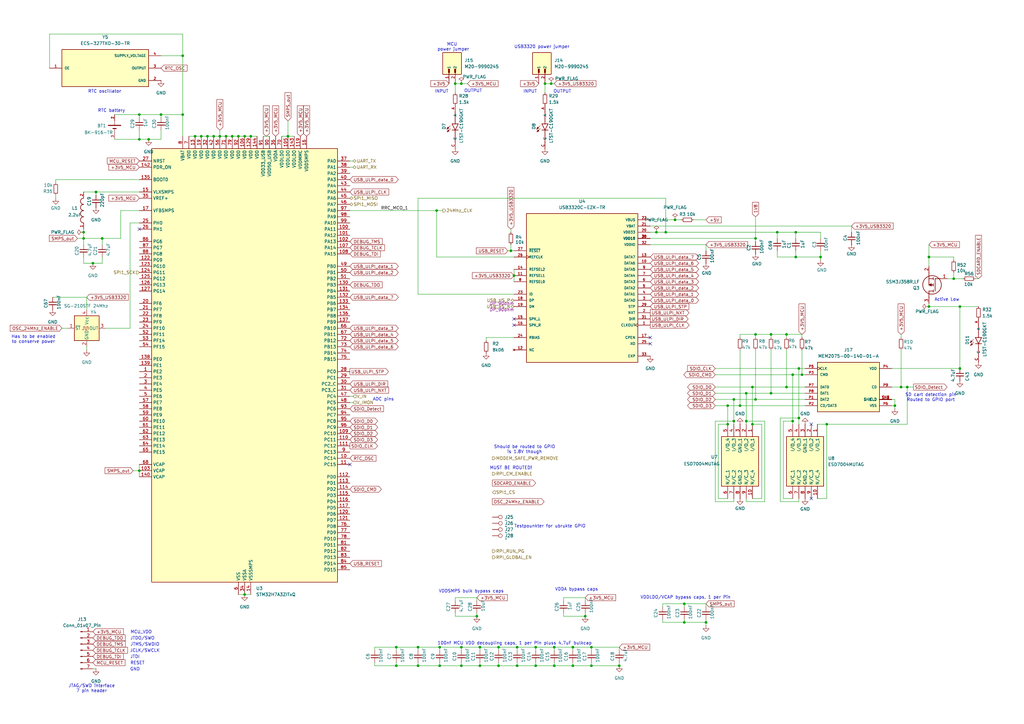
<source format=kicad_sch>
(kicad_sch (version 20250114) (generator "eeschema") (generator_version "9.0")
  (paper "A3")
  (text "JTDI" (at 55.372 269.494 0) (effects (font (size 1.27 1.27))))
  (text "INPUT" (at 181.102 37.592 0) (effects (font (size 1.27 1.27))))
  (text "SD cart detection pin\nRouted to GPIO port" (at 381.762 163.068 0) (effects (font (size 1.27 1.27))))
  (text "RTC oscillator\n" (at 42.926 37.592 0) (effects (font (size 1.27 1.27))))
  (text "MCU_VDD" (at 57.912 259.334 0) (effects (font (size 1.27 1.27))))
  (text "JCLK/SWCLK" (at 59.436 266.954 0) (effects (font (size 1.27 1.27))))
  (text "OUTPUT\n" (at 194.056 37.338 0) (effects (font (size 1.27 1.27))))
  (text "ADC pins" (at 157.226 163.83 0) (effects (font (size 1.27 1.27))))
  (text "VDDLDO/VCAP bypass caps, 1 per Pin\n" (at 281.178 245.11 0) (effects (font (size 1.27 1.27))))
  (text "RESET" (at 56.388 272.034 0) (effects (font (size 1.27 1.27))))
  (text "Should be routed to GPIO\nis 1.8V though" (at 215.138 184.404 0) (effects (font (size 1.27 1.27))))
  (text "Testpounkter for ubrukte GPIO" (at 225.552 215.9 0) (effects (font (size 1.27 1.27))))
  (text "Has to be enabled\nto conserve power" (at 13.716 139.192 0) (effects (font (size 1.27 1.27))))
  (text "JTDO/SWO" (at 58.42 261.874 0) (effects (font (size 1.27 1.27))))
  (text "Active Low" (at 388.366 122.936 0) (effects (font (size 1.27 1.27))))
  (text "100nf MCU VDD decoupling caps, 1 per Pin pluss 4,7uF bulkcap" (at 211.074 263.906 0) (effects (font (size 1.27 1.27))))
  (text "MUST BE ROUTED!" (at 209.55 192.024 0) (effects (font (size 1.27 1.27))))
  (text "OUTPUT\n" (at 230.632 37.592 0) (effects (font (size 1.27 1.27))))
  (text "GND" (at 55.372 274.574 0) (effects (font (size 1.27 1.27))))
  (text "RTC battery" (at 45.72 45.466 0) (effects (font (size 1.27 1.27))))
  (text "VDDA bypass caps\n" (at 236.474 241.808 0) (effects (font (size 1.27 1.27))))
  (text "INPUT" (at 217.424 37.592 0) (effects (font (size 1.27 1.27))))
  (text "JTAG/SWD interface\n7 pin header\n" (at 37.592 282.448 0) (effects (font (size 1.27 1.27))))
  (text "USB3320 power jumper" (at 222.25 19.304 0) (effects (font (size 1.27 1.27))))
  (text "MCU\n power jumper" (at 185.42 19.304 0) (effects (font (size 1.27 1.27))))
  (text "VDDSMPS bulk bypass caps\n" (at 193.294 242.57 0) (effects (font (size 1.27 1.27))))
  (text "JTMS/SWDIO" (at 59.436 264.414 0) (effects (font (size 1.27 1.27))))
  (junction (at 209.55 102.87))
  (junction (at 118.11 55.88))
  (junction (at 242.57 273.05))
  (junction (at 92.71 55.88))
  (junction (at 100.33 55.88))
  (junction (at 226.06 34.29))
  (junction (at 34.29 95.25))
  (junction (at 303.53 166.37))
  (junction (at 227.33 265.43))
  (junction (at 212.09 265.43))
  (junction (at 325.12 172.72))
  (junction (at 280.67 247.65))
  (junction (at 189.23 34.29))
  (junction (at 309.88 97.79))
  (junction (at 85.09 55.88))
  (junction (at 309.88 137.16))
  (junction (at 381 105.41))
  (junction (at 254 273.05))
  (junction (at 367.03 166.37))
  (junction (at 171.45 265.43))
  (junction (at 196.85 273.05))
  (junction (at 322.58 158.75))
  (junction (at 308.61 173.99))
  (junction (at 308.61 158.75))
  (junction (at 269.24 95.25))
  (junction (at 204.47 273.05))
  (junction (at 393.7 151.13))
  (junction (at 41.91 97.79))
  (junction (at 309.88 163.83))
  (junction (at 318.77 95.25))
  (junction (at 327.66 151.13))
  (junction (at 328.93 153.67))
  (junction (at 195.58 252.73))
  (junction (at 234.95 265.43))
  (junction (at 219.71 265.43))
  (junction (at 276.86 90.17))
  (junction (at 325.12 153.67))
  (junction (at 34.29 97.79))
  (junction (at 39.37 78.74))
  (junction (at 327.66 171.45))
  (junction (at 326.39 95.25))
  (junction (at 97.79 55.88))
  (junction (at 240.03 252.73))
  (junction (at 298.45 166.37))
  (junction (at 204.47 265.43))
  (junction (at 289.56 255.27))
  (junction (at 322.58 137.16))
  (junction (at 57.15 46.99))
  (junction (at 179.07 86.36))
  (junction (at 372.11 158.75))
  (junction (at 234.95 273.05))
  (junction (at 102.87 55.88))
  (junction (at 95.25 55.88))
  (junction (at 82.55 55.88))
  (junction (at 339.09 173.99))
  (junction (at 242.57 265.43))
  (junction (at 381 125.73))
  (junction (at 171.45 273.05))
  (junction (at 369.57 158.75))
  (junction (at 189.23 265.43))
  (junction (at 273.05 95.25))
  (junction (at 189.23 273.05))
  (junction (at 227.33 273.05))
  (junction (at 162.56 273.05))
  (junction (at 186.69 34.29))
  (junction (at 300.99 163.83))
  (junction (at 219.71 273.05))
  (junction (at 60.96 57.15))
  (junction (at 306.07 172.72))
  (junction (at 196.85 265.43))
  (junction (at 180.34 265.43))
  (junction (at 57.15 57.15))
  (junction (at 300.99 172.72))
  (junction (at 326.39 105.41))
  (junction (at 298.45 173.99))
  (junction (at 74.93 46.99))
  (junction (at 391.16 114.3))
  (junction (at 316.23 137.16))
  (junction (at 180.34 273.05))
  (junction (at 80.01 55.88))
  (junction (at 57.15 193.04))
  (junction (at 162.56 265.43))
  (junction (at 210.82 113.03))
  (junction (at 306.07 161.29))
  (junction (at 87.63 55.88))
  (junction (at 280.67 255.27))
  (junction (at 90.17 55.88))
  (junction (at 100.33 243.84))
  (junction (at 212.09 273.05))
  (junction (at 336.55 105.41))
  (junction (at 393.7 125.73))
  (junction (at 316.23 161.29))
  (junction (at 223.52 34.29))
  (junction (at 66.04 46.99))
  (junction (at 74.93 22.86))
  (junction (at 38.1 107.95))
  (no_connect (at 57.15 93.98))
  (no_connect (at 266.7 138.43))
  (no_connect (at 143.51 190.5))
  (no_connect (at 332.74 173.99))
  (no_connect (at 332.74 204.47))
  (no_connect (at 210.82 130.81))
  (no_connect (at 210.82 133.35))
  (no_connect (at 266.7 140.97))
  (wire (pts (xy 22.86 81.28) (xy 22.86 80.01)))
  (wire (pts (xy 144.78 165.1) (xy 143.51 165.1)))
  (wire (pts (xy 210.82 113.03) (xy 210.82 110.49)))
  (wire (pts (xy 381 125.73) (xy 381 124.46)))
  (wire (pts (xy 381 105.41) (xy 391.16 105.41)))
  (wire (pts (xy 336.55 95.25) (xy 336.55 97.79)))
  (wire (pts (xy 199.39 139.7) (xy 199.39 138.43)))
  (wire (pts (xy 391.16 111.76) (xy 391.16 114.3)))
  (wire (pts (xy 41.91 107.95) (xy 41.91 105.41)))
  (wire (pts (xy 74.93 22.86) (xy 74.93 46.99)))
  (wire (pts (xy 242.57 265.43) (xy 254 265.43)))
  (wire (pts (xy 276.86 90.17) (xy 279.4 90.17)))
  (wire (pts (xy 227.33 273.05) (xy 234.95 273.05)))
  (wire (pts (xy 280.67 255.27) (xy 289.56 255.27)))
  (wire (pts (xy 189.23 273.05) (xy 196.85 273.05)))
  (wire (pts (xy 60.96 57.15) (xy 57.15 57.15)))
  (wire (pts (xy 306.07 172.72) (xy 306.07 173.99)))
  (wire (pts (xy 280.67 255.27) (xy 280.67 254)))
  (wire (pts (xy 335.28 204.47) (xy 339.09 204.47)))
  (wire (pts (xy 162.56 273.05) (xy 162.56 271.78)))
  (wire (pts (xy 289.56 100.33) (xy 289.56 102.87)))
  (wire (pts (xy 227.33 265.43) (xy 227.33 266.7)))
  (wire (pts (xy 227.33 265.43) (xy 234.95 265.43)))
  (wire (pts (xy 266.7 100.33) (xy 289.56 100.33)))
  (wire (pts (xy 195.58 251.46) (xy 195.58 252.73)))
  (wire (pts (xy 242.57 265.43) (xy 234.95 265.43)))
  (wire (pts (xy 191.77 34.29) (xy 189.23 34.29)))
  (wire (pts (xy 209.55 93.98) (xy 209.55 95.25)))
  (wire (pts (xy 339.09 204.47) (xy 339.09 173.99)))
  (wire (pts (xy 180.34 265.43) (xy 180.34 266.7)))
  (wire (pts (xy 196.85 265.43) (xy 204.47 265.43)))
  (wire (pts (xy 210.82 120.65) (xy 171.45 120.65)))
  (wire (pts (xy 325.12 172.72) (xy 325.12 173.99)))
  (wire (pts (xy 226.06 34.29) (xy 223.52 34.29)))
  (wire (pts (xy 391.16 105.41) (xy 391.16 106.68)))
  (wire (pts (xy 313.69 172.72) (xy 306.07 172.72)))
  (wire (pts (xy 90.17 53.34) (xy 90.17 55.88)))
  (wire (pts (xy 102.87 55.88) (xy 105.41 55.88)))
  (wire (pts (xy 269.24 95.25) (xy 273.05 95.25)))
  (wire (pts (xy 365.76 158.75) (xy 369.57 158.75)))
  (wire (pts (xy 210.82 102.87) (xy 209.55 102.87)))
  (wire (pts (xy 57.15 193.04) (xy 57.15 195.58)))
  (wire (pts (xy 144.78 162.56) (xy 143.51 162.56)))
  (wire (pts (xy 293.37 153.67) (xy 325.12 153.67)))
  (wire (pts (xy 46.99 46.99) (xy 57.15 46.99)))
  (wire (pts (xy 74.93 13.97) (xy 74.93 22.86)))
  (wire (pts (xy 306.07 204.47) (xy 306.07 205.74)))
  (wire (pts (xy 66.04 57.15) (xy 60.96 57.15)))
  (wire (pts (xy 196.85 265.43) (xy 196.85 266.7)))
  (wire (pts (xy 49.53 97.79) (xy 41.91 97.79)))
  (wire (pts (xy 306.07 205.74) (xy 313.69 205.74)))
  (wire (pts (xy 367.03 163.83) (xy 367.03 166.37)))
  (wire (pts (xy 186.69 252.73) (xy 195.58 252.73)))
  (wire (pts (xy 22.86 73.66) (xy 57.15 73.66)))
  (wire (pts (xy 181.61 86.36) (xy 179.07 86.36)))
  (wire (pts (xy 308.61 158.75) (xy 308.61 173.99)))
  (wire (pts (xy 242.57 265.43) (xy 242.57 266.7)))
  (wire (pts (xy 196.85 273.05) (xy 204.47 273.05)))
  (wire (pts (xy 240.03 251.46) (xy 240.03 252.73)))
  (wire (pts (xy 372.11 173.99) (xy 372.11 158.75)))
  (wire (pts (xy 309.88 137.16) (xy 303.53 137.16)))
  (wire (pts (xy 34.29 78.74) (xy 39.37 78.74)))
  (wire (pts (xy 227.33 34.29) (xy 226.06 34.29)))
  (wire (pts (xy 22.86 74.93) (xy 22.86 73.66)))
  (wire (pts (xy 92.71 55.88) (xy 95.25 55.88)))
  (wire (pts (xy 204.47 273.05) (xy 204.47 271.78)))
  (wire (pts (xy 326.39 105.41) (xy 326.39 102.87)))
  (wire (pts (xy 309.88 99.06) (xy 309.88 97.79)))
  (wire (pts (xy 306.07 161.29) (xy 316.23 161.29)))
  (wire (pts (xy 74.93 55.88) (xy 74.93 46.99)))
  (wire (pts (xy 97.79 55.88) (xy 100.33 55.88)))
  (wire (pts (xy 289.56 247.65) (xy 289.56 248.92)))
  (wire (pts (xy 328.93 137.16) (xy 328.93 138.43)))
  (wire (pts (xy 327.66 204.47) (xy 327.66 205.74)))
  (wire (pts (xy 171.45 273.05) (xy 180.34 273.05)))
  (wire (pts (xy 66.04 22.86) (xy 74.93 22.86)))
  (wire (pts (xy 294.64 173.99) (xy 294.64 204.47)))
  (wire (pts (xy 179.07 105.41) (xy 179.07 86.36)))
  (wire (pts (xy 271.78 255.27) (xy 280.67 255.27)))
  (wire (pts (xy 294.64 173.99) (xy 298.45 173.99)))
  (wire (pts (xy 339.09 173.99) (xy 372.11 173.99)))
  (wire (pts (xy 212.09 265.43) (xy 212.09 266.7)))
  (wire (pts (xy 223.52 34.29) (xy 223.52 38.1)))
  (wire (pts (xy 320.04 171.45) (xy 327.66 171.45)))
  (wire (pts (xy 381 105.41) (xy 381 109.22)))
  (wire (pts (xy 34.29 93.98) (xy 34.29 95.25)))
  (wire (pts (xy 280.67 247.65) (xy 289.56 247.65)))
  (wire (pts (xy 271.78 247.65) (xy 280.67 247.65)))
  (wire (pts (xy 179.07 86.36) (xy 143.51 86.36)))
  (wire (pts (xy 309.88 137.16) (xy 309.88 138.43)))
  (wire (pts (xy 326.39 95.25) (xy 326.39 97.79)))
  (wire (pts (xy 303.53 166.37) (xy 303.53 143.51)))
  (wire (pts (xy 171.45 265.43) (xy 180.34 265.43)))
  (wire (pts (xy 35.56 143.51) (xy 35.56 142.24)))
  (wire (pts (xy 303.53 166.37) (xy 330.2 166.37)))
  (wire (pts (xy 41.91 100.33) (xy 41.91 97.79)))
  (wire (pts (xy 327.66 171.45) (xy 327.66 173.99)))
  (wire (pts (xy 204.47 273.05) (xy 212.09 273.05)))
  (wire (pts (xy 325.12 153.67) (xy 325.12 172.72)))
  (wire (pts (xy 219.71 273.05) (xy 219.71 271.78)))
  (wire (pts (xy 300.99 172.72) (xy 300.99 173.99)))
  (wire (pts (xy 321.31 204.47) (xy 321.31 172.72)))
  (wire (pts (xy 308.61 204.47) (xy 312.42 204.47)))
  (wire (pts (xy 365.76 151.13) (xy 393.7 151.13)))
  (wire (pts (xy 293.37 151.13) (xy 327.66 151.13)))
  (wire (pts (xy 318.77 102.87) (xy 318.77 105.41)))
  (wire (pts (xy 66.04 46.99) (xy 57.15 46.99)))
  (wire (pts (xy 266.7 97.79) (xy 309.88 97.79)))
  (wire (pts (xy 46.99 57.15) (xy 57.15 57.15)))
  (wire (pts (xy 212.09 273.05) (xy 212.09 271.78)))
  (wire (pts (xy 309.88 143.51) (xy 309.88 163.83)))
  (wire (pts (xy 289.56 90.17) (xy 284.48 90.17)))
  (wire (pts (xy 316.23 161.29) (xy 330.2 161.29)))
  (wire (pts (xy 100.33 243.84) (xy 102.87 243.84)))
  (wire (pts (xy 313.69 205.74) (xy 313.69 172.72)))
  (wire (pts (xy 388.62 114.3) (xy 391.16 114.3)))
  (wire (pts (xy 219.71 265.43) (xy 212.09 265.43)))
  (wire (pts (xy 293.37 205.74) (xy 293.37 172.72)))
  (wire (pts (xy 209.55 100.33) (xy 209.55 102.87)))
  (wire (pts (xy 328.93 153.67) (xy 330.2 153.67)))
  (wire (pts (xy 231.14 245.11) (xy 231.14 246.38)))
  (wire (pts (xy 322.58 158.75) (xy 322.58 143.51)))
  (wire (pts (xy 322.58 137.16) (xy 322.58 138.43)))
  (wire (pts (xy 144.78 66.04) (xy 143.51 66.04)))
  (wire (pts (xy 144.78 68.58) (xy 143.51 68.58)))
  (wire (pts (xy 199.39 138.43) (xy 210.82 138.43)))
  (wire (pts (xy 381 100.33) (xy 381 105.41)))
  (wire (pts (xy 273.05 95.25) (xy 318.77 95.25)))
  (wire (pts (xy 335.28 173.99) (xy 339.09 173.99)))
  (wire (pts (xy 189.23 34.29) (xy 186.69 34.29)))
  (wire (pts (xy 162.56 265.43) (xy 171.45 265.43)))
  (wire (pts (xy 227.33 273.05) (xy 227.33 271.78)))
  (wire (pts (xy 374.65 158.75) (xy 372.11 158.75)))
  (wire (pts (xy 266.7 95.25) (xy 269.24 95.25)))
  (wire (pts (xy 320.04 205.74) (xy 320.04 171.45)))
  (wire (pts (xy 66.04 46.99) (xy 66.04 48.26)))
  (wire (pts (xy 77.47 55.88) (xy 80.01 55.88)))
  (wire (pts (xy 219.71 265.43) (xy 219.71 266.7)))
  (wire (pts (xy 195.58 245.11) (xy 186.69 245.11)))
  (wire (pts (xy 300.99 163.83) (xy 309.88 163.83)))
  (wire (pts (xy 54.61 193.04) (xy 57.15 193.04)))
  (wire (pts (xy 336.55 105.41) (xy 336.55 102.87)))
  (wire (pts (xy 327.66 151.13) (xy 330.2 151.13)))
  (wire (pts (xy 231.14 252.73) (xy 240.03 252.73)))
  (wire (pts (xy 401.32 114.3) (xy 400.05 114.3)))
  (wire (pts (xy 57.15 86.36) (xy 49.53 86.36)))
  (wire (pts (xy 234.95 273.05) (xy 234.95 271.78)))
  (wire (pts (xy 316.23 161.29) (xy 316.23 143.51)))
  (wire (pts (xy 43.18 134.62) (xy 53.34 134.62)))
  (wire (pts (xy 266.7 92.71) (xy 349.25 92.71)))
  (wire (pts (xy 293.37 163.83) (xy 300.99 163.83)))
  (wire (pts (xy 115.57 55.88) (xy 118.11 55.88)))
  (wire (pts (xy 312.42 204.47) (xy 312.42 173.99)))
  (wire (pts (xy 189.23 273.05) (xy 189.23 271.78)))
  (wire (pts (xy 20.32 13.97) (xy 74.93 13.97)))
  (wire (pts (xy 208.28 102.87) (xy 209.55 102.87)))
  (wire (pts (xy 300.99 204.47) (xy 300.99 205.74)))
  (wire (pts (xy 300.99 163.83) (xy 300.99 172.72)))
  (wire (pts (xy 293.37 172.72) (xy 300.99 172.72)))
  (wire (pts (xy 180.34 273.05) (xy 189.23 273.05)))
  (wire (pts (xy 196.85 273.05) (xy 196.85 271.78)))
  (wire (pts (xy 289.56 255.27) (xy 289.56 254)))
  (wire (pts (xy 204.47 265.43) (xy 204.47 266.7)))
  (wire (pts (xy 316.23 137.16) (xy 316.23 138.43)))
  (wire (pts (xy 90.17 55.88) (xy 92.71 55.88)))
  (wire (pts (xy 95.25 55.88) (xy 97.79 55.88)))
  (wire (pts (xy 38.1 107.95) (xy 34.29 107.95)))
  (wire (pts (xy 204.47 265.43) (xy 212.09 265.43)))
  (wire (pts (xy 35.56 121.92) (xy 35.56 127)))
  (wire (pts (xy 153.67 273.05) (xy 153.67 271.78)))
  (wire (pts (xy 367.03 166.37) (xy 365.76 166.37)))
  (wire (pts (xy 162.56 273.05) (xy 171.45 273.05)))
  (wire (pts (xy 328.93 137.16) (xy 322.58 137.16)))
  (wire (pts (xy 180.34 273.05) (xy 180.34 271.78)))
  (wire (pts (xy 289.56 255.27) (xy 289.56 256.54)))
  (wire (pts (xy 21.59 121.92) (xy 35.56 121.92)))
  (wire (pts (xy 327.66 205.74) (xy 320.04 205.74)))
  (wire (pts (xy 212.09 273.05) (xy 219.71 273.05)))
  (wire (pts (xy 57.15 57.15) (xy 57.15 53.34)))
  (wire (pts (xy 308.61 158.75) (xy 322.58 158.75)))
  (wire (pts (xy 266.7 90.17) (xy 276.86 90.17)))
  (wire (pts (xy 171.45 81.28) (xy 171.45 120.65)))
  (wire (pts (xy 240.03 246.38) (xy 240.03 245.11)))
  (wire (pts (xy 312.42 173.99) (xy 308.61 173.99)))
  (wire (pts (xy 349.25 95.25) (xy 349.25 92.71)))
  (wire (pts (xy 293.37 166.37) (xy 298.45 166.37)))
  (wire (pts (xy 369.57 143.51) (xy 369.57 158.75)))
  (wire (pts (xy 153.67 273.05) (xy 162.56 273.05)))
  (wire (pts (xy 189.23 265.43) (xy 189.23 266.7)))
  (wire (pts (xy 57.15 46.99) (xy 57.15 48.26)))
  (wire (pts (xy 39.37 78.74) (xy 57.15 78.74)))
  (wire (pts (xy 254 273.05) (xy 254 271.78)))
  (wire (pts (xy 309.88 163.83) (xy 330.2 163.83)))
  (wire (pts (xy 322.58 137.16) (xy 316.23 137.16)))
  (wire (pts (xy 306.07 161.29) (xy 306.07 172.72)))
  (wire (pts (xy 171.45 273.05) (xy 171.45 271.78)))
  (wire (pts (xy 242.57 273.05) (xy 242.57 271.78)))
  (wire (pts (xy 293.37 158.75) (xy 308.61 158.75)))
  (wire (pts (xy 34.29 95.25) (xy 34.29 97.79)))
  (wire (pts (xy 97.79 243.84) (xy 100.33 243.84)))
  (wire (pts (xy 271.78 255.27) (xy 271.78 254)))
  (wire (pts (xy 219.71 265.43) (xy 227.33 265.43)))
  (wire (pts (xy 87.63 55.88) (xy 90.17 55.88)))
  (wire (pts (xy 25.4 134.62) (xy 27.94 134.62)))
  (wire (pts (xy 300.99 205.74) (xy 293.37 205.74)))
  (wire (pts (xy 318.77 95.25) (xy 326.39 95.25)))
  (wire (pts (xy 219.71 273.05) (xy 227.33 273.05)))
  (wire (pts (xy 254 265.43) (xy 254 266.7)))
  (wire (pts (xy 180.34 265.43) (xy 189.23 265.43)))
  (wire (pts (xy 369.57 137.16) (xy 369.57 138.43)))
  (wire (pts (xy 85.09 55.88) (xy 87.63 55.88)))
  (wire (pts (xy 153.67 265.43) (xy 153.67 266.7)))
  (wire (pts (xy 391.16 114.3) (xy 394.97 114.3)))
  (wire (pts (xy 66.04 53.34) (xy 66.04 57.15)))
  (wire (pts (xy 57.15 190.5) (xy 57.15 193.04)))
  (wire (pts (xy 327.66 151.13) (xy 327.66 171.45)))
  (wire (pts (xy 365.76 163.83) (xy 367.03 163.83)))
  (wire (pts (xy 298.45 166.37) (xy 298.45 173.99)))
  (wire (pts (xy 74.93 46.99) (xy 66.04 46.99)))
  (wire (pts (xy 53.34 134.62) (xy 53.34 91.44)))
  (wire (pts (xy 153.67 265.43) (xy 162.56 265.43)))
  (wire (pts (xy 107.95 55.88) (xy 110.49 55.88)))
  (wire (pts (xy 118.11 49.53) (xy 118.11 55.88)))
  (wire (pts (xy 367.03 167.64) (xy 367.03 166.37)))
  (wire (pts (xy 309.88 88.9) (xy 309.88 97.79)))
  (wire (pts (xy 326.39 95.25) (xy 336.55 95.25)))
  (wire (pts (xy 162.56 265.43) (xy 162.56 266.7)))
  (wire (pts (xy 171.45 81.28) (xy 273.05 81.28)))
  (wire (pts (xy 20.32 27.94) (xy 20.32 13.97)))
  (wire (pts (xy 318.77 105.41) (xy 326.39 105.41)))
  (wire (pts (xy 280.67 247.65) (xy 280.67 248.92)))
  (wire (pts (xy 393.7 125.73) (xy 393.7 151.13)))
  (wire (pts (xy 186.69 245.11) (xy 186.69 246.38)))
  (wire (pts (xy 186.69 251.46) (xy 186.69 252.73)))
  (wire (pts (xy 31.75 97.79) (xy 34.29 97.79)))
  (wire (pts (xy 325.12 153.67) (xy 328.93 153.67)))
  (wire (pts (xy 80.01 55.88) (xy 82.55 55.88)))
  (wire (pts (xy 171.45 265.43) (xy 171.45 266.7)))
  (wire (pts (xy 322.58 158.75) (xy 330.2 158.75)))
  (wire (pts (xy 293.37 161.29) (xy 306.07 161.29)))
  (wire (pts (xy 328.93 143.51) (xy 328.93 153.67)))
  (wire (pts (xy 393.7 125.73) (xy 401.32 125.73)))
  (wire (pts (xy 369.57 158.75) (xy 372.11 158.75)))
  (wire (pts (xy 118.11 55.88) (xy 120.65 55.88)))
  (wire (pts (xy 254 273.05) (xy 242.57 273.05)))
  (wire (pts (xy 298.45 166.37) (xy 303.53 166.37)))
  (wire (pts (xy 179.07 105.41) (xy 210.82 105.41)))
  (wire (pts (xy 316.23 137.16) (xy 309.88 137.16)))
  (wire (pts (xy 231.14 251.46) (xy 231.14 252.73)))
  (wire (pts (xy 234.95 265.43) (xy 234.95 266.7)))
  (wire (pts (xy 298.45 204.47) (xy 294.64 204.47)))
  (wire (pts (xy 34.29 107.95) (xy 34.29 105.41)))
  (wire (pts (xy 34.29 97.79) (xy 34.29 100.33)))
  (wire (pts (xy 195.58 246.38) (xy 195.58 245.11)))
  (wire (pts (xy 242.57 273.05) (xy 234.95 273.05)))
  (wire (pts (xy 41.91 97.79) (xy 34.29 97.79)))
  (wire (pts (xy 318.77 95.25) (xy 318.77 97.79)))
  (wire (pts (xy 326.39 105.41) (xy 336.55 105.41)))
  (wire (pts (xy 271.78 247.65) (xy 271.78 248.92)))
  (wire (pts (xy 189.23 265.43) (xy 196.85 265.43)))
  (wire (pts (xy 321.31 172.72) (xy 325.12 172.72)))
  (wire (pts (xy 240.03 245.11) (xy 231.14 245.11)))
  (wire (pts (xy 303.53 137.16) (xy 303.53 138.43)))
  (wire (pts (xy 39.37 274.32) (xy 38.1 274.32)))
  (wire (pts (xy 210.82 113.03) (xy 210.82 115.57)))
  (wire (pts (xy 38.1 107.95) (xy 41.91 107.95)))
  (wire (pts (xy 325.12 204.47) (xy 321.31 204.47)))
  (wire (pts (xy 100.33 55.88) (xy 102.87 55.88)))
  (wire (pts (xy 49.53 86.36) (xy 49.53 97.79)))
  (wire (pts (xy 39.37 80.01) (xy 39.37 78.74)))
  (wire (pts (xy 381 125.73) (xy 393.7 125.73)))
  (wire (pts (xy 82.55 55.88) (xy 85.09 55.88)))
  (wire (pts (xy 273.05 81.28) (xy 273.05 95.25)))
  (wire (pts (xy 53.34 91.44) (xy 57.15 91.44)))
  (wire (pts (xy 336.55 106.68) (xy 336.55 105.41)))
  (wire (pts (xy 186.69 34.29) (xy 186.69 38.1)))
  (label "RRC_MCO_1" (at 156.21 86.36 0))
  (global_label "USB_ULPI_STP" (shape input) (at 266.7 125.73 0) (property "Intersheetrefs" "${INTERSHEET_REFS}" (effects (hide yes))))
  (global_label "USB_ULPI_data_7" (shape bidirectional) (at 143.51 121.92 0) (property "Intersheetrefs" "${INTERSHEET_REFS}" (effects (hide yes))) (property "Netclass" "ULPI_55ohm" (effects (hide yes))))
  (global_label "SMPS_out" (shape input) (at 289.56 247.65 0) (property "Intersheetrefs" "${INTERSHEET_REFS}" (effects (hide yes))))
  (global_label "+3V5" (shape input) (at 184.15 34.29 180) (property "Intersheetrefs" "${INTERSHEET_REFS}" (effects (hide yes))))
  (global_label "SDIO_CMD" (shape bidirectional) (at 143.51 200.66 0) (property "Intersheetrefs" "${INTERSHEET_REFS}" (effects (hide yes))))
  (global_label "+3V5_MCU" (shape input) (at 328.93 137.16 90) (property "Intersheetrefs" "${INTERSHEET_REFS}" (effects (hide yes))))
  (global_label "USB_ULPI_data_5" (shape bidirectional) (at 143.51 139.7 0) (property "Intersheetrefs" "${INTERSHEET_REFS}" (effects (hide yes))) (property "Netclass" "ULPI_55ohm" (effects (hide yes))))
  (global_label "USB_ULPI_CLK" (shape input) (at 143.51 78.74 0) (property "Intersheetrefs" "${INTERSHEET_REFS}" (effects (hide yes))) (property "Netclass" "ULPI_55ohm" (effects (hide yes))))
  (global_label "USB_ULPI_data_6" (shape bidirectional) (at 266.7 107.95 0) (property "Intersheetrefs" "${INTERSHEET_REFS}" (effects (hide yes))))
  (global_label "USB_ULPI_STP" (shape output) (at 143.51 152.4 0) (property "Intersheetrefs" "${INTERSHEET_REFS}" (effects (hide yes))) (property "Netclass" "ULPI_55ohm" (effects (hide yes))))
  (global_label "DEBUG_TDO" (shape input) (at 38.1 261.62 0) (property "Intersheetrefs" "${INTERSHEET_REFS}" (effects (hide yes))))
  (global_label "1V8" (shape input) (at 309.88 88.9 90) (property "Intersheetrefs" "${INTERSHEET_REFS}" (effects (hide yes))))
  (global_label "USB_ULPI_data_2" (shape bidirectional) (at 143.51 111.76 0) (property "Intersheetrefs" "${INTERSHEET_REFS}" (effects (hide yes))) (property "Netclass" "ULPI_55ohm" (effects (hide yes))))
  (global_label "DEBUG_TCLK" (shape input) (at 143.51 101.6 0) (property "Intersheetrefs" "${INTERSHEET_REFS}" (effects (hide yes))))
  (global_label "OSC_24Mhz_ENABLE" (shape output) (at 201.93 205.74 0) (property "Intersheetrefs" "${INTERSHEET_REFS}" (effects (hide yes))))
  (global_label "DEBUG_TMS" (shape input) (at 38.1 264.16 0) (property "Intersheetrefs" "${INTERSHEET_REFS}" (effects (hide yes))))
  (global_label "+3V5_MCU" (shape input) (at 369.57 137.16 90) (property "Intersheetrefs" "${INTERSHEET_REFS}" (effects (hide yes))))
  (global_label "DEBUG_TCLK" (shape input) (at 38.1 266.7 0) (property "Intersheetrefs" "${INTERSHEET_REFS}" (effects (hide yes))))
  (global_label "+3V5_MCU" (shape input) (at 123.19 55.88 90) (property "Intersheetrefs" "${INTERSHEET_REFS}" (effects (hide yes))))
  (global_label "USB_ULPI_DIR" (shape input) (at 143.51 157.48 0) (property "Intersheetrefs" "${INTERSHEET_REFS}" (effects (hide yes))) (property "Netclass" "ULPI_55ohm" (effects (hide yes))))
  (global_label "USB_ULPI_data_0" (shape bidirectional) (at 143.51 73.66 0) (property "Intersheetrefs" "${INTERSHEET_REFS}" (effects (hide yes))) (property "Netclass" "ULPI_55ohm" (effects (hide yes))))
  (global_label "USB_ULPI_DIR" (shape output) (at 266.7 130.81 0) (property "Intersheetrefs" "${INTERSHEET_REFS}" (effects (hide yes))))
  (global_label "+3V5_USB3320" (shape input) (at 210.82 113.03 180) (property "Intersheetrefs" "${INTERSHEET_REFS}" (effects (hide yes))))
  (global_label "USB_RESET" (shape input) (at 208.28 102.87 180) (property "Intersheetrefs" "${INTERSHEET_REFS}" (effects (hide yes))))
  (global_label "DEBUG_TDO" (shape input) (at 143.51 116.84 0) (property "Intersheetrefs" "${INTERSHEET_REFS}" (effects (hide yes))))
  (global_label "USB_ULPI_data_1" (shape bidirectional) (at 266.7 120.65 0) (property "Intersheetrefs" "${INTERSHEET_REFS}" (effects (hide yes))))
  (global_label "SDIO_D2" (shape bidirectional) (at 293.37 163.83 180) (property "Intersheetrefs" "${INTERSHEET_REFS}" (effects (hide yes))))
  (global_label "USB_ULPI_data_3" (shape bidirectional) (at 266.7 115.57 0) (property "Intersheetrefs" "${INTERSHEET_REFS}" (effects (hide yes))))
  (global_label "+3V5_MCU" (shape input) (at 38.1 259.08 0) (property "Intersheetrefs" "${INTERSHEET_REFS}" (effects (hide yes))))
  (global_label "SDCARD_ENABLE" (shape input) (at 401.32 114.3 90) (property "Intersheetrefs" "${INTERSHEET_REFS}" (effects (hide yes))))
  (global_label "+3V5_MCU" (shape input) (at 125.73 55.88 90) (property "Intersheetrefs" "${INTERSHEET_REFS}" (effects (hide yes))))
  (global_label "+3V5_MCU" (shape input) (at 240.03 245.11 0) (property "Intersheetrefs" "${INTERSHEET_REFS}" (effects (hide yes))))
  (global_label "+5V" (shape input) (at 289.56 90.17 0) (property "Intersheetrefs" "${INTERSHEET_REFS}" (effects (hide yes))))
  (global_label "SDIO_D1" (shape bidirectional) (at 293.37 161.29 180) (property "Intersheetrefs" "${INTERSHEET_REFS}" (effects (hide yes))))
  (global_label "SDIO_D3" (shape bidirectional) (at 293.37 166.37 180) (property "Intersheetrefs" "${INTERSHEET_REFS}" (effects (hide yes))))
  (global_label "SDIO_D1" (shape bidirectional) (at 143.51 175.26 0) (property "Intersheetrefs" "${INTERSHEET_REFS}" (effects (hide yes))))
  (global_label "+3V5" (shape input) (at 220.98 34.29 180) (property "Intersheetrefs" "${INTERSHEET_REFS}" (effects (hide yes))))
  (global_label "SDIO_CLK" (shape input) (at 293.37 151.13 180) (property "Intersheetrefs" "${INTERSHEET_REFS}" (effects (hide yes))))
  (global_label "USB_ULPI_NXT" (shape output) (at 266.7 128.27 0) (property "Intersheetrefs" "${INTERSHEET_REFS}" (effects (hide yes))))
  (global_label "USB_RESET" (shape input) (at 143.51 231.14 0) (property "Intersheetrefs" "${INTERSHEET_REFS}" (effects (hide yes))))
  (global_label "SMPS_out" (shape input) (at 54.61 193.04 180) (property "Intersheetrefs" "${INTERSHEET_REFS}" (effects (hide yes))))
  (global_label "USB_ULPI_CLK" (shape output) (at 266.7 133.35 0) (property "Intersheetrefs" "${INTERSHEET_REFS}" (effects (hide yes))))
  (global_label "USB_ULPI_data_2" (shape bidirectional) (at 266.7 118.11 0) (property "Intersheetrefs" "${INTERSHEET_REFS}" (effects (hide yes))))
  (global_label "RTC_OSC" (shape input) (at 66.04 27.94 0) (property "Intersheetrefs" "${INTERSHEET_REFS}" (effects (hide yes))))
  (global_label "SDIO_D0" (shape bidirectional) (at 293.37 158.75 180) (property "Intersheetrefs" "${INTERSHEET_REFS}" (effects (hide yes))))
  (global_label "+3V5_USB3320" (shape input) (at 227.33 34.29 0) (property "Intersheetrefs" "${INTERSHEET_REFS}" (effects (hide yes))))
  (global_label "USB_ULPI_data_6" (shape bidirectional) (at 143.51 142.24 0) (property "Intersheetrefs" "${INTERSHEET_REFS}" (effects (hide yes))) (property "Netclass" "ULPI_55ohm" (effects (hide yes))))
  (global_label "SDIO_Detect" (shape input) (at 143.51 167.64 0) (property "Intersheetrefs" "${INTERSHEET_REFS}" (effects (hide yes))))
  (global_label "DEBUG_TMS" (shape input) (at 143.51 99.06 0) (property "Intersheetrefs" "${INTERSHEET_REFS}" (effects (hide yes))))
  (global_label "USB_ULPI_data_0" (shape bidirectional) (at 266.7 123.19 0) (property "Intersheetrefs" "${INTERSHEET_REFS}" (effects (hide yes))))
  (global_label "USB_ULPI_data_4" (shape bidirectional) (at 143.51 137.16 0) (property "Intersheetrefs" "${INTERSHEET_REFS}" (effects (hide yes))) (property "Netclass" "ULPI_55ohm" (effects (hide yes))))
  (global_label "USB_ULPI_NXT" (shape input) (at 143.51 160.02 0) (property "Intersheetrefs" "${INTERSHEET_REFS}" (effects (hide yes))) (property "Netclass" "ULPI_55ohm" (effects (hide yes))))
  (global_label "SMPS_out" (shape input) (at 118.11 49.53 90) (property "Intersheetrefs" "${INTERSHEET_REFS}" (effects (hide yes))))
  (global_label "+3V5_MCU" (shape input) (at 113.03 55.88 90) (property "Intersheetrefs" "${INTERSHEET_REFS}" (effects (hide yes))))
  (global_label "USB_ULPI_data_5" (shape bidirectional) (at 266.7 110.49 0) (property "Intersheetrefs" "${INTERSHEET_REFS}" (effects (hide yes))))
  (global_label "OSC_24Mhz_ENABLE" (shape input) (at 25.4 134.62 180) (property "Intersheetrefs" "${INTERSHEET_REFS}" (effects (hide yes))))
  (global_label "DEBUG_TDI" (shape input) (at 38.1 269.24 0) (property "Intersheetrefs" "${INTERSHEET_REFS}" (effects (hide yes))))
  (global_label "USB_ULPI_data_7" (shape bidirectional) (at 266.7 105.41 0) (property "Intersheetrefs" "${INTERSHEET_REFS}" (effects (hide yes))))
  (global_label "SDIO_CMD" (shape bidirectional) (at 293.37 153.67 180) (property "Intersheetrefs" "${INTERSHEET_REFS}" (effects (hide yes))))
  (global_label "MCU_RESET" (shape input) (at 38.1 271.78 0) (property "Intersheetrefs" "${INTERSHEET_REFS}" (effects (hide yes))))
  (global_label "+3V5_MCU" (shape input) (at 381 100.33 0) (property "Intersheetrefs" "${INTERSHEET_REFS}" (effects (hide yes))))
  (global_label "SDIO_Detect" (shape output) (at 374.65 158.75 0) (property "Intersheetrefs" "${INTERSHEET_REFS}" (effects (hide yes))))
  (global_label "RTC_OSC" (shape input) (at 143.51 187.96 0) (property "Intersheetrefs" "${INTERSHEET_REFS}" (effects (hide yes))))
  (global_label "SDCARD_ENABLE" (shape output) (at 201.93 198.12 0) (property "Intersheetrefs" "${INTERSHEET_REFS}" (effects (hide yes))))
  (global_label "+3V5_USB3320" (shape input) (at 209.55 93.98 90) (property "Intersheetrefs" "${INTERSHEET_REFS}" (effects (hide yes))))
  (global_label "+3V5_USB3320" (shape input) (at 35.56 121.92 0) (property "Intersheetrefs" "${INTERSHEET_REFS}" (effects (hide yes))))
  (global_label "+3V5_USB3320" (shape input) (at 349.25 92.71 0) (property "Intersheetrefs" "${INTERSHEET_REFS}" (effects (hide yes))))
  (global_label "USB_ULPI_data_3" (shape bidirectional) (at 143.51 134.62 0) (property "Intersheetrefs" "${INTERSHEET_REFS}" (effects (hide yes))) (property "Netclass" "ULPI_55ohm" (effects (hide yes))))
  (global_label "+3V5_MCU" (shape input) (at 57.15 68.58 180) (property "Intersheetrefs" "${INTERSHEET_REFS}" (effects (hide yes))))
  (global_label "SDIO_D0" (shape bidirectional) (at 143.51 172.72 0) (property "Intersheetrefs" "${INTERSHEET_REFS}" (effects (hide yes))))
  (global_label "+3V5_MCU" (shape input) (at 57.15 81.28 180) (property "Intersheetrefs" "${INTERSHEET_REFS}" (effects (hide yes))))
  (global_label "MCU_RESET" (shape input) (at 57.15 66.04 180) (property "Intersheetrefs" "${INTERSHEET_REFS}" (effects (hide yes))))
  (global_label "DEBUG_TDI" (shape input) (at 143.51 104.14 0) (property "Intersheetrefs" "${INTERSHEET_REFS}" (effects (hide yes))))
  (global_label "+3V5_MCU" (shape input) (at 191.77 34.29 0) (property "Intersheetrefs" "${INTERSHEET_REFS}" (effects (hide yes))))
  (global_label "SDIO_D2" (shape bidirectional) (at 143.51 177.8 0) (property "Intersheetrefs" "${INTERSHEET_REFS}" (effects (hide yes))))
  (global_label "+3V5_MCU" (shape input) (at 90.17 53.34 90) (property "Intersheetrefs" "${INTERSHEET_REFS}" (effects (hide yes))))
  (global_label "USB_ULPI_data_1" (shape bidirectional) (at 143.51 109.22 0) (property "Intersheetrefs" "${INTERSHEET_REFS}" (effects (hide yes))) (property "Netclass" "ULPI_55ohm" (effects (hide yes))))
  (global_label "+3V5_MCU" (shape input) (at 254 265.43 0) (property "Intersheetrefs" "${INTERSHEET_REFS}" (effects (hide yes))))
  (global_label "SMPS_out" (shape input) (at 31.75 97.79 180) (property "Intersheetrefs" "${INTERSHEET_REFS}" (effects (hide yes))))
  (global_label "+3V5_MCU" (shape input) (at 195.58 245.11 0) (property "Intersheetrefs" "${INTERSHEET_REFS}" (effects (hide yes))))
  (global_label "USB_ULPI_data_4" (shape bidirectional) (at 266.7 113.03 0) (property "Intersheetrefs" "${INTERSHEET_REFS}" (effects (hide yes))))
  (global_label "SDIO_D3" (shape bidirectional) (at 143.51 180.34 0) (property "Intersheetrefs" "${INTERSHEET_REFS}" (effects (hide yes))))
  (global_label "+3V5_USB3320" (shape input) (at 289.56 100.33 0) (property "Intersheetrefs" "${INTERSHEET_REFS}" (effects (hide yes))))
  (global_label "SDIO_CLK" (shape output) (at 143.51 182.88 0) (property "Intersheetrefs" "${INTERSHEET_REFS}" (effects (hide yes))))
  (global_label "+3V5_MCU" (shape input) (at 109.22 55.88 90) (property "Intersheetrefs" "${INTERSHEET_REFS}" (effects (hide yes))))
  (hierarchical_label "SPI1_CS" (shape input) (at 201.93 201.93 0))
  (hierarchical_label "SPI1_MOSI" (shape bidirectional) (at 143.51 83.82 0))
  (hierarchical_label "UART_TX" (shape bidirectional) (at 144.78 66.04 0))
  (hierarchical_label "RPI_CM_ENABLE" (shape output) (at 201.93 194.31 0))
  (hierarchical_label "SPI1_MISO" (shape bidirectional) (at 143.51 81.28 0))
  (hierarchical_label "USB_HS_N" (shape bidirectional) (at 210.82 125.73 180) (property "Netclass" "DP_90ohm" (at 210.82 127 0) (effects (font (italic yes)) (justify right))))
  (hierarchical_label "V_IN" (shape input) (at 144.78 162.56 0))
  (hierarchical_label "RPI_GLOBAL_EN" (shape output) (at 201.93 228.6 0))
  (hierarchical_label "MODEM_SAFE_PWR_REMOVE" (shape output) (at 201.93 187.96 0))
  (hierarchical_label "UART_RX" (shape bidirectional) (at 144.78 68.58 0))
  (hierarchical_label "V_IMON" (shape input) (at 144.78 165.1 0))
  (hierarchical_label "USB_HS_P" (shape bidirectional) (at 210.82 123.19 180) (property "Netclass" "DP_90ohm" (at 210.82 124.46 0) (effects (font (italic yes)) (justify right))))
  (hierarchical_label "SPI1_SCK" (shape input) (at 57.15 111.76 180))
  (hierarchical_label "RPI_RUN_PG" (shape output) (at 201.93 226.06 0))
  (hierarchical_label "24Mhz_CLK" (shape output) (at 181.61 86.36 0))
  (symbol (lib_id "power:GND") (at 223.52 60.96 0) (unit 1)
    (property "Reference" "#PWR078" (effects (hide yes)))
    (property "Value" "GND" (at 223.52 66.04 0))
    (property "Description" "Power symbol creates a global label with name \"GND\" , ground" (effects (hide yes)))
  )
  (symbol (lib_id "Device:R_Small") (at 309.88 140.97 180) (unit 1)
    (property "Reference" "R8" (at 311.15 139.954 0) (effects (justify right)))
    (property "Value" "47k" (at 311.15 142.494 0) (effects (justify right)))
    (property "Footprint" "Resistor_SMD:R_0603_1608Metric" (effects (hide yes)))
    (property "Description" "Resistor, small symbol" (effects (hide yes)))
  )
  (symbol (lib_id "power:GND") (at 39.37 85.09 0) (unit 1)
    (property "Reference" "#PWR013" (effects (hide yes)))
    (property "Value" "GND" (at 39.37 90.17 0))
    (property "Description" "Power symbol creates a global label with name \"GND\" , ground" (effects (hide yes)))
  )
  (symbol (lib_id "power:GND") (at 240.03 252.73 0) (unit 1)
    (property "Reference" "#PWR017" (effects (hide yes)))
    (property "Value" "GND" (at 240.03 257.81 0))
    (property "Description" "Power symbol creates a global label with name \"GND\" , ground" (effects (hide yes)))
  )
  (symbol (lib_id "Device:R_Small") (at 303.53 140.97 180) (unit 1)
    (property "Reference" "R9" (at 304.292 139.954 0) (effects (justify right)))
    (property "Value" "47k" (at 304.292 142.494 0) (effects (justify right)))
    (property "Footprint" "Resistor_SMD:R_0603_1608Metric" (effects (hide yes)))
    (property "Description" "Resistor, small symbol" (effects (hide yes)))
  )
  (symbol (lib_id "MCU_ST_STM32H7:STM32H7A3ZITxQ") (at 100.33 149.86 0) (unit 1)
    (property "Reference" "U3" (at 105.0133 241.3 0) (effects (justify left)))
    (property "Value" "STM32H7A3ZITxQ" (at 105.0133 243.84 0) (effects (justify left)))
    (property "Footprint" "Package_QFP:LQFP-144_20x20mm_P0.5mm" (effects (hide yes)))
    (property "Datasheet" "https://www.st.com/resource/en/datasheet/stm32h7a3zi.pdf" (effects (hide yes)))
    (property "Description" "STMicroelectronics Arm Cortex-M7 MCU, 2048KB flash, 1184KB RAM, 280 MHz, 1.62-3.6V, 99 GPIO, LQFP144" (effects (hide yes)))
    (property "Part-no" "STM32H7A3ZIT6Q" (effects (hide yes)))
  )
  (symbol (lib_id "power:GND") (at 35.56 143.51 0) (unit 1)
    (property "Reference" "#PWR083" (effects (hide yes)))
    (property "Value" "GND" (at 35.56 148.59 0))
    (property "Description" "Power symbol creates a global label with name \"GND\" , ground" (effects (hide yes)))
  )
  (symbol (lib_id "Device:C_Small") (at 349.25 97.79 180) (unit 1)
    (property "Reference" "C4" (at 346.71 97.536 90))
    (property "Value" "100nF" (at 352.044 97.536 90))
    (property "Footprint" "Capacitor_SMD:C_0603_1608Metric" (effects (hide yes)))
    (property "Description" "Unpolarized capacitor, small symbol" (effects (hide yes)))
    (property "Part-no" "CL10B104KB8NNWC" (effects (hide yes)))
    (property "Voltage rating" "50v" (effects (hide yes)))
  )
  (symbol (lib_id "Device:C_Small") (at 326.39 100.33 180) (unit 1)
    (property "Reference" "C1" (at 323.596 100.584 90))
    (property "Value" "1uF" (at 329.184 100.076 90))
    (property "Footprint" "Capacitor_SMD:C_0603_1608Metric" (effects (hide yes)))
    (property "Description" "Unpolarized capacitor, small symbol" (effects (hide yes)))
    (property "Part-no" "CL10B105KO8NNNC " (effects (hide yes)))
    (property "Voltage rating" "16v" (effects (hide yes)))
  )
  (symbol (lib_id "Device:C_Small") (at 309.88 101.6 0) (unit 1)
    (property "Reference" "C2" (at 307.086 101.6 90))
    (property "Value" "100nF" (at 312.42 101.092 90))
    (property "Footprint" "Capacitor_SMD:C_0603_1608Metric" (effects (hide yes)))
    (property "Description" "Unpolarized capacitor, small symbol" (effects (hide yes)))
    (property "Part-no" "CL10B104KB8NNWC" (effects (hide yes)))
    (property "Voltage rating" "50v" (effects (hide yes)))
  )
  (symbol (lib_id "Connector:TestPoint") (at 201.93 219.71 270) (unit 1) (in_bom no)
    (property "Reference" "J28" (at 207.01 219.71 90) (effects (justify left)))
    (property "Value" "~" (at 207.01 220.98 90) (effects (justify left)))
    (property "Footprint" "TestPoint:TestPoint_Pad_D1.0mm" (effects (hide yes)))
  )
  (symbol (lib_id "Device:C_Small") (at 189.23 269.24 0) (unit 1)
    (property "Reference" "C10" (at 186.436 269.24 90))
    (property "Value" "100nF" (at 191.77 268.732 90))
    (property "Footprint" "Capacitor_SMD:C_0603_1608Metric" (effects (hide yes)))
    (property "Description" "Unpolarized capacitor, small symbol" (effects (hide yes)))
    (property "Part-no" "CL10B104KB8NNWC" (effects (hide yes)))
    (property "Voltage rating" "50v" (effects (hide yes)))
  )
  (symbol (lib_id "Device:C_Small") (at 234.95 269.24 0) (unit 1)
    (property "Reference" "C16" (at 232.156 269.24 90))
    (property "Value" "100nF" (at 237.49 268.732 90))
    (property "Footprint" "Capacitor_SMD:C_0603_1608Metric" (effects (hide yes)))
    (property "Description" "Unpolarized capacitor, small symbol" (effects (hide yes)))
    (property "Part-no" "CL10B104KB8NNWC" (effects (hide yes)))
    (property "Voltage rating" "50v" (effects (hide yes)))
  )
  (symbol (lib_id "Device:C_Small") (at 240.03 248.92 0) (unit 1)
    (property "Reference" "C25" (at 237.236 248.92 90))
    (property "Value" "100nF" (at 242.57 248.412 90))
    (property "Footprint" "Capacitor_SMD:C_0603_1608Metric" (effects (hide yes)))
    (property "Description" "Unpolarized capacitor, small symbol" (effects (hide yes)))
    (property "Part-no" "CL10B104KB8NNWC" (effects (hide yes)))
    (property "Voltage rating" "50v" (effects (hide yes)))
  )
  (symbol (lib_id "power:GND") (at 303.53 173.99 180) (unit 1)
    (property "Reference" "#PWR037" (effects (hide yes)))
    (property "Value" "GND" (at 303.53 169.672 0))
    (property "Description" "Power symbol creates a global label with name \"GND\" , ground" (effects (hide yes)))
  )
  (symbol (lib_id "LTST-C190GKT:LTST-C190GKT") (at 186.69 53.34 90) (unit 1)
    (property "Reference" "D7" (at 182.118 51.816 0))
    (property "Value" "LTST-C190GKT" (at 189.23 51.562 0))
    (property "Footprint" "LTST-C190GKT:LEDM1608X80" (effects (hide yes)))
    (property "MF" "Lite-On Inc." (effects (hide yes)))
    (property "Description_1" "Green 569nm LED Indication - Discrete 2.1V 0603 (1608 Metric)" (effects (hide yes)))
    (property "Package" "0603 Lite-On" (effects (hide yes)))
    (property "Price" "None" (effects (hide yes)))
    (property "Check_prices" "https://www.snapeda.com/parts/LTST-C190GKT/Lite-On/view-part/?ref=eda" (effects (hide yes)))
    (property "SnapEDA_Link" "https://www.snapeda.com/parts/LTST-C190GKT/Lite-On/view-part/?ref=snap" (effects (hide yes)))
    (property "MP" "LTST-C190GKT" (effects (hide yes)))
    (property "Availability" "In Stock" (effects (hide yes)))
    (property "MANUFACTURER" "Lite On" (effects (hide yes)))
    (property "Part-no" "LTST-C190GKT" (effects (hide yes)))
  )
  (symbol (lib_id "Device:C_Small") (at 289.56 251.46 0) (unit 1)
    (property "Reference" "C22" (at 286.766 251.46 90))
    (property "Value" "100nF" (at 292.1 250.952 90))
    (property "Footprint" "Capacitor_SMD:C_0603_1608Metric" (effects (hide yes)))
    (property "Description" "Unpolarized capacitor, small symbol" (effects (hide yes)))
    (property "Part-no" "CL10B104KB8NNWC" (effects (hide yes)))
    (property "Voltage rating" "50v" (effects (hide yes)))
  )
  (symbol (lib_id "Device:C_Small") (at 271.78 251.46 0) (unit 1)
    (property "Reference" "C24" (at 268.986 251.46 90))
    (property "Value" "100nF" (at 274.32 250.952 90))
    (property "Footprint" "Capacitor_SMD:C_0603_1608Metric" (effects (hide yes)))
    (property "Description" "Unpolarized capacitor, small symbol" (effects (hide yes)))
    (property "Part-no" "CL10B104KB8NNWC" (effects (hide yes)))
    (property "Voltage rating" "50v" (effects (hide yes)))
  )
  (symbol (lib_id "Device:R_Small") (at 209.55 97.79 0) (unit 1)
    (property "Reference" "R4" (at 211.328 97.282 0) (effects (justify left)))
    (property "Value" "10k" (at 211.328 99.314 0) (effects (justify left)))
    (property "Footprint" "Resistor_SMD:R_0603_1608Metric" (effects (hide yes)))
    (property "Description" "Resistor, small symbol" (effects (hide yes)))
    (property "Part-no" "RC0603FR-0710KL" (effects (hide yes)))
  )
  (symbol (lib_id "Device:R_Small") (at 369.57 140.97 0) (unit 1)
    (property "Reference" "R10" (at 370.586 140.208 0) (effects (justify left)))
    (property "Value" "47k" (at 370.586 142.748 0) (effects (justify left)))
    (property "Footprint" "Resistor_SMD:R_0603_1608Metric" (effects (hide yes)))
    (property "Description" "Resistor, small symbol" (effects (hide yes)))
  )
  (symbol (lib_id "Device:C_Small") (at 171.45 269.24 0) (unit 1)
    (property "Reference" "C8" (at 168.656 269.24 90))
    (property "Value" "100nF" (at 173.99 268.732 90))
    (property "Footprint" "Capacitor_SMD:C_0603_1608Metric" (effects (hide yes)))
    (property "Description" "Unpolarized capacitor, small symbol" (effects (hide yes)))
    (property "Part-no" "CL10B104KB8NNWC" (effects (hide yes)))
    (property "Voltage rating" "50v" (effects (hide yes)))
  )
  (symbol (lib_id "Device:R_Small") (at 397.51 114.3 270) (unit 1)
    (property "Reference" "R56" (at 397.51 112.268 90))
    (property "Value" "10k" (at 397.256 116.586 90))
    (property "Footprint" "Resistor_SMD:R_0603_1608Metric" (effects (hide yes)))
    (property "Part-no" "RC0603FR-0710KL" (effects (hide yes)))
  )
  (symbol (lib_id "Device:C_Small") (at 393.7 153.67 0) (unit 1)
    (property "Reference" "C43" (at 396.748 154.432 90))
    (property "Value" "4.7uF" (at 390.906 153.924 90))
    (property "Footprint" "Capacitor_SMD:C_0805_2012Metric" (effects (hide yes)))
    (property "Description" "Unpolarized capacitor, small symbol" (effects (hide yes)))
    (property "Part-no" "CL21A475KAQNNNE " (effects (hide yes)))
    (property "Voltage rating" "25v" (effects (hide yes)))
  )
  (symbol (lib_id "Device:C_Small") (at 180.34 269.24 0) (unit 1)
    (property "Reference" "C9" (at 177.546 269.24 90))
    (property "Value" "100nF" (at 182.88 268.732 90))
    (property "Footprint" "Capacitor_SMD:C_0603_1608Metric" (effects (hide yes)))
    (property "Description" "Unpolarized capacitor, small symbol" (effects (hide yes)))
    (property "Part-no" "CL10B104KB8NNWC" (effects (hide yes)))
    (property "Voltage rating" "50v" (effects (hide yes)))
  )
  (symbol (lib_id "Device:R_Small") (at 328.93 140.97 0) (unit 1)
    (property "Reference" "R7" (at 329.946 140.208 0) (effects (justify left)))
    (property "Value" "47k" (at 329.946 142.748 0) (effects (justify left)))
    (property "Footprint" "Resistor_SMD:R_0603_1608Metric" (effects (hide yes)))
    (property "Description" "Resistor, small symbol" (effects (hide yes)))
  )
  (symbol (lib_id "Device:C_Small") (at 66.04 50.8 0) (unit 1)
    (property "Reference" "C30" (at 63.246 50.8 90))
    (property "Value" "100nF" (at 68.58 50.292 90))
    (property "Footprint" "Capacitor_SMD:C_0603_1608Metric" (effects (hide yes)))
    (property "Description" "Unpolarized capacitor, small symbol" (effects (hide yes)))
    (property "Part-no" "CL10B104KB8NNWC" (effects (hide yes)))
    (property "Voltage rating" "50v" (effects (hide yes)))
  )
  (symbol (lib_id "Device:C_Small") (at 196.85 269.24 0) (unit 1)
    (property "Reference" "C11" (at 194.056 269.24 90))
    (property "Value" "100nF" (at 199.39 268.732 90))
    (property "Footprint" "Capacitor_SMD:C_0603_1608Metric" (effects (hide yes)))
    (property "Description" "Unpolarized capacitor, small symbol" (effects (hide yes)))
    (property "Part-no" "CL10B104KB8NNWC" (effects (hide yes)))
    (property "Voltage rating" "50v" (effects (hide yes)))
  )
  (symbol (lib_id "power:GND") (at 254 273.05 0) (unit 1)
    (property "Reference" "#PWR012" (effects (hide yes)))
    (property "Value" "GND" (at 254 278.13 0))
    (property "Description" "Power symbol creates a global label with name \"GND\" , ground" (effects (hide yes)))
  )
  (symbol (lib_id "Device:C_Small") (at 212.09 269.24 0) (unit 1)
    (property "Reference" "C13" (at 209.296 269.24 90))
    (property "Value" "100nF" (at 214.63 268.732 90))
    (property "Footprint" "Capacitor_SMD:C_0603_1608Metric" (effects (hide yes)))
    (property "Description" "Unpolarized capacitor, small symbol" (effects (hide yes)))
    (property "Part-no" "CL10B104KB8NNWC" (effects (hide yes)))
    (property "Voltage rating" "50v" (effects (hide yes)))
  )
  (symbol (lib_id "Device:C_Small") (at 21.59 124.46 0) (unit 1)
    (property "Reference" "C67" (at 18.796 124.46 90))
    (property "Value" "100nF" (at 24.13 123.952 90))
    (property "Footprint" "Capacitor_SMD:C_0603_1608Metric" (effects (hide yes)))
    (property "Description" "Unpolarized capacitor, small symbol" (effects (hide yes)))
    (property "Part-no" "CL10B104KB8NNWC" (effects (hide yes)))
    (property "Voltage rating" "50v" (effects (hide yes)))
  )
  (symbol (lib_id "power:GND") (at 367.03 167.64 0) (unit 1)
    (property "Reference" "#PWR034" (effects (hide yes)))
    (property "Value" "GND" (at 367.03 172.72 0))
    (property "Description" "Power symbol creates a global label with name \"GND\" , ground" (effects (hide yes)))
  )
  (symbol (lib_id "Oscillator:SG-210STF") (at 35.56 134.62 0) (unit 1)
    (property "Reference" "Y4" (at 38.354 128.016 0))
    (property "Value" "SG-210STF 24Mhz" (at 35.306 125.476 0))
    (property "Footprint" "Oscillator:Oscillator_SMD_SeikoEpson_SG210-4Pin_2.5x2.0mm" (effects (hide yes)))
    (property "Datasheet" "https://support.epson.biz/td/api/doc_check.php?mode=dl&lang=en&Parts=SG-210STF" (effects (hide yes)))
    (property "Description" "CMOS Crystal Oscillator SPXO" (effects (hide yes)))
    (property "Part-no" "SG-210STF 24Mhz" (effects (hide yes)))
  )
  (symbol (lib_id "ESD7004MUTAG:ESD7004MUTAG") (at 308.61 173.99 270) (unit 1)
    (property "Reference" "U7" (at 291.592 187.452 90) (effects (justify left)))
    (property "Value" "ESD7004MUTAG" (at 280.416 190.246 90) (effects (justify left)))
    (property "Footprint" "KiCad2:UDFN10_CASE_517BB" (effects (hide yes)))
    (property "Datasheet" "https://www.onsemi.com/pub/Collateral/ESD7004-D.PDF" (effects (hide yes)))
    (property "Description" "Low Capacitance (0.2 pF Typical, I/O to I/O); Protection for the Following IEC Standards: IEC 61000-4-2 (+/-15 kV Contact); UL Flammability Rating of 94 V0; This is a Pb-Free Device; Low ESD Clamping Voltage" (effects (hide yes)))
    (property "Manufacturer_Name" "onsemi" (effects (hide yes)))
    (property "Manufacturer_Part_Number" "ESD7004MUTAG" (effects (hide yes)))
    (property "Mouser Part Number" "863-ESD7004MUTAG" (effects (hide yes)))
    (property "Mouser Price/Stock" "https://www.mouser.co.uk/ProductDetail/onsemi/ESD7004MUTAG?qs=uSWsySAm7xTESuaYt1MNNQ%3D%3D" (effects (hide yes)))
    (property "Arrow Part Number" "ESD7004MUTAG" (effects (hide yes)))
    (property "Arrow Price/Stock" "https://www.arrow.com/en/products/esd7004mutag/on-semiconductor?region=nac" (effects (hide yes)))
    (property "Part-no" "ESD7004MUTAG" (effects (hide yes)))
  )
  (symbol (lib_id "power:GND") (at 100.33 243.84 0) (unit 1)
    (property "Reference" "#PWR015" (effects (hide yes)))
    (property "Value" "GND" (at 100.33 248.92 0))
    (property "Description" "Power symbol creates a global label with name \"GND\" , ground" (effects (hide yes)))
  )
  (symbol (lib_id "power:GND") (at 199.39 144.78 0) (unit 1)
    (property "Reference" "#PWR011" (effects (hide yes)))
    (property "Value" "GND" (at 199.39 149.86 0))
    (property "Description" "Power symbol creates a global label with name \"GND\" , ground" (effects (hide yes)))
  )
  (symbol (lib_id "Device:C_Small") (at 289.56 105.41 0) (unit 1)
    (property "Reference" "C5" (at 286.766 105.41 90))
    (property "Value" "100nF" (at 292.1 104.902 90))
    (property "Footprint" "Capacitor_SMD:C_0603_1608Metric" (effects (hide yes)))
    (property "Description" "Unpolarized capacitor, small symbol" (effects (hide yes)))
    (property "Part-no" "CL10B104KB8NNWC" (effects (hide yes)))
    (property "Voltage rating" "50v" (effects (hide yes)))
  )
  (symbol (lib_id "power:GND") (at 289.56 256.54 0) (unit 1)
    (property "Reference" "#PWR016" (effects (hide yes)))
    (property "Value" "GND" (at 289.56 261.62 0))
    (property "Description" "Power symbol creates a global label with name \"GND\" , ground" (effects (hide yes)))
  )
  (symbol (lib_id "Connector:Conn_01x07_Pin") (at 33.02 266.7 0) (unit 1)
    (property "Reference" "J13" (at 33.655 254 0))
    (property "Value" "Conn_01x07_Pin" (at 33.655 256.54 0))
    (property "Footprint" "Connector_PinHeader_2.54mm:PinHeader_1x07_P2.54mm_Vertical" (effects (hide yes)))
    (property "Description" "Generic connector, single row, 01x07, script generated" (effects (hide yes)))
  )
  (symbol (lib_id "power:GND") (at 22.86 81.28 0) (unit 1)
    (property "Reference" "#PWR032" (effects (hide yes)))
    (property "Value" "GND" (at 22.86 85.344 0))
    (property "Description" "Power symbol creates a global label with name \"GND\" , ground" (effects (hide yes)))
  )
  (symbol (lib_id "power:GND") (at 303.53 204.47 0) (unit 1)
    (property "Reference" "#PWR036" (effects (hide yes)))
    (property "Value" "GND" (at 303.53 208.534 0))
    (property "Description" "Power symbol creates a global label with name \"GND\" , ground" (effects (hide yes)))
  )
  (symbol (lib_id "Device:C_Small") (at 318.77 100.33 180) (unit 1)
    (property "Reference" "C69" (at 315.976 100.584 90))
    (property "Value" "1uF" (at 321.564 100.076 90))
    (property "Footprint" "Capacitor_SMD:C_0603_1608Metric" (effects (hide yes)))
    (property "Description" "Unpolarized capacitor, small symbol" (effects (hide yes)))
    (property "Part-no" "CL10B105KO8NNNC " (effects (hide yes)))
    (property "Voltage rating" "16v" (effects (hide yes)))
  )
  (symbol (lib_id "Connector:TestPoint") (at 201.93 214.63 270) (unit 1) (in_bom no)
    (property "Reference" "J26" (at 207.01 214.63 90) (effects (justify left)))
    (property "Value" "~" (at 207.01 215.9 90) (effects (justify left)))
    (property "Footprint" "TestPoint:TestPoint_Pad_D1.0mm" (effects (hide yes)))
  )
  (symbol (lib_id "power:GND") (at 393.7 156.21 0) (unit 1)
    (property "Reference" "#PWR035" (effects (hide yes)))
    (property "Value" "GND" (at 393.7 161.29 0))
    (property "Description" "Power symbol creates a global label with name \"GND\" , ground" (effects (hide yes)))
  )
  (symbol (lib_id "ECS-327TXO-30-TR:ECS-327TXO-30-TR") (at 43.18 27.94 0) (unit 1)
    (property "Reference" "Y5" (at 43.18 15.24 0))
    (property "Value" "ECS-327TXO-30-TR" (at 43.18 17.78 0))
    (property "Footprint" "ECS-327TXO-30-TR:OSC_ECS-327TXO-30-TR" (effects (hide yes)))
    (property "MF" "ECS Inc." (effects (hide yes)))
    (property "MAXIMUM_PACKAGE_HEIGHT" "1.4 mm" (effects (hide yes)))
    (property "Package" "ECS-327TXO-0-4 ECS" (effects (hide yes)))
    (property "Price" "None" (effects (hide yes)))
    (property "Check_prices" "https://www.snapeda.com/parts/ECS-327TXO-30-TR/ECS/view-part/?ref=eda" (effects (hide yes)))
    (property "STANDARD" "Manufacturer Recommendations" (effects (hide yes)))
    (property "PARTREV" "Rev.2019" (effects (hide yes)))
    (property "SnapEDA_Link" "https://www.snapeda.com/parts/ECS-327TXO-30-TR/ECS/view-part/?ref=snap" (effects (hide yes)))
    (property "MP" "ECS-327TXO-30-TR" (effects (hide yes)))
    (property "Description_1" "32.768 kHz TCXO CMOS Oscillator 3V Enable/Disable 4-SMD, No Lead" (effects (hide yes)))
    (property "Availability" "In Stock" (effects (hide yes)))
    (property "MANUFACTURER" "ECS" (effects (hide yes)))
    (property "Part-no" "ECS-327TXO-30-TR" (effects (hide yes)))
  )
  (symbol (lib_id "Device:C_Small") (at 204.47 269.24 0) (unit 1)
    (property "Reference" "C12" (at 201.676 269.24 90))
    (property "Value" "100nF" (at 207.01 268.732 90))
    (property "Footprint" "Capacitor_SMD:C_0603_1608Metric" (effects (hide yes)))
    (property "Description" "Unpolarized capacitor, small symbol" (effects (hide yes)))
    (property "Part-no" "CL10B104KB8NNWC" (effects (hide yes)))
    (property "Voltage rating" "50v" (effects (hide yes)))
  )
  (symbol (lib_id "Device:C_Small") (at 254 269.24 0) (unit 1)
    (property "Reference" "C18" (at 251.206 269.24 90))
    (property "Value" "4.7uF" (at 256.54 268.732 90))
    (property "Footprint" "Capacitor_SMD:C_0805_2012Metric" (effects (hide yes)))
    (property "Description" "Unpolarized capacitor, small symbol" (effects (hide yes)))
    (property "Part-no" "CL21A475KAQNNNE " (effects (hide yes)))
    (property "Voltage rating" "25v" (effects (hide yes)))
  )
  (symbol (lib_id "M20-9990245:M20-9990245") (at 223.52 26.67 90) (unit 1)
    (property "Reference" "J14" (at 227.33 24.7649 90) (effects (justify right)))
    (property "Value" "M20-9990245" (at 227.33 27.3049 90) (effects (justify right)))
    (property "Footprint" "M20-9990245:HARWIN_M20-9990245" (effects (hide yes)))
    (property "MF" "Harwin" (effects (hide yes)))
    (property "MAXIMUM_PACKAGE_HEIGHT" "9.64mm" (effects (hide yes)))
    (property "Package" "None" (effects (hide yes)))
    (property "Price" "None" (effects (hide yes)))
    (property "Check_prices" "https://www.snapeda.com/parts/M20-9990245/Harwin/view-part/?ref=eda" (effects (hide yes)))
    (property "STANDARD" "Manufacturer Recommendations" (effects (hide yes)))
    (property "PARTREV" "14" (effects (hide yes)))
    (property "SnapEDA_Link" "https://www.snapeda.com/parts/M20-9990245/Harwin/view-part/?ref=snap" (effects (hide yes)))
    (property "MP" "M20-9990245" (effects (hide yes)))
    (property "Description_1" "2.54mm (0.1) Pitch SIL Vertical Throughboard Pin Header, 6.1mm mating pin height, gold (hi-temp mould), 2 contacts" (effects (hide yes)))
    (property "Availability" "In Stock" (effects (hide yes)))
    (property "MANUFACTURER" "Harwin" (effects (hide yes)))
    (property "Part-no" "M20-9990245" (effects (hide yes)))
  )
  (symbol (lib_id "Device:C_Small") (at 186.69 248.92 0) (unit 1)
    (property "Reference" "C27" (at 183.896 248.92 90))
    (property "Value" "4.7uF" (at 189.23 248.412 90))
    (property "Footprint" "Capacitor_SMD:C_0805_2012Metric" (effects (hide yes)))
    (property "Description" "Unpolarized capacitor, small symbol" (effects (hide yes)))
    (property "Part-no" "CL21A475KAQNNNE " (effects (hide yes)))
    (property "Voltage rating" "25v" (effects (hide yes)))
  )
  (symbol (lib_id "BK-916-TR:BK-916-TR") (at 46.99 52.07 90) (unit 1)
    (property "Reference" "BT1" (at 39.878 51.562 90) (effects (justify right)))
    (property "Value" "BK-916-TR" (at 34.544 54.356 90) (effects (justify right)))
    (property "Footprint" "BK-916-TR:BAT_BK-916-TR" (effects (hide yes)))
    (property "MF" "MPD (Memory" (effects (hide yes)))
    (property "Description_1" "Battery Retainer Coin, 12.0mm 1 Cell SMD (SMT) Tab" (effects (hide yes)))
    (property "Package" "MSOP-12 Memory Protection Devices" (effects (hide yes)))
    (property "Price" "None" (effects (hide yes)))
    (property "Check_prices" "https://www.snapeda.com/parts/BK-916-TR/MPD/view-part/?ref=eda" (effects (hide yes)))
    (property "STANDARD" "MANUFACTURER RECOMMENDATIONS" (effects (hide yes)))
    (property "PARTREV" "A" (effects (hide yes)))
    (property "SnapEDA_Link" "https://www.snapeda.com/parts/BK-916-TR/MPD/view-part/?ref=snap" (effects (hide yes)))
    (property "MP" "BK-916-TR" (effects (hide yes)))
    (property "Availability" "In Stock" (effects (hide yes)))
    (property "MANUFACTURER" "Memory Protection Devices INC" (effects (hide yes)))
  )
  (symbol (lib_id "Connector:TestPoint") (at 201.93 217.17 270) (unit 1) (in_bom no)
    (property "Reference" "J27" (at 207.01 217.17 90) (effects (justify left)))
    (property "Value" "~" (at 207.01 218.44 90) (effects (justify left)))
    (property "Footprint" "TestPoint:TestPoint_Pad_D1.0mm" (effects (hide yes)))
  )
  (symbol (lib_id "power:GND") (at 60.96 57.15 0) (unit 1)
    (property "Reference" "#PWR019" (effects (hide yes)))
    (property "Value" "GND" (at 60.96 62.23 0))
    (property "Description" "Power symbol creates a global label with name \"GND\" , ground" (effects (hide yes)))
  )
  (symbol (lib_id "Device:R_Small") (at 391.16 109.22 0) (unit 1)
    (property "Reference" "R52" (at 392.43 108.712 0) (effects (justify left)))
    (property "Value" "10k" (at 392.43 110.998 0) (effects (justify left)))
    (property "Footprint" "Resistor_SMD:R_0603_1608Metric" (effects (hide yes)))
    (property "Part-no" "RC0603FR-0710KL" (effects (hide yes)))
  )
  (symbol (lib_id "power:PWR_FLAG") (at 269.24 95.25 0) (unit 1)
    (property "Reference" "#FLG012" (effects (hide yes)))
    (property "Value" "PWR_FLAG" (at 269.24 90.17 0))
    (property "Description" "Special symbol for telling ERC where power comes from" (effects (hide yes)))
  )
  (symbol (lib_id "Device:R_Small") (at 199.39 142.24 0) (unit 1)
    (property "Reference" "R2" (at 201.93 140.9699 0) (effects (justify left)))
    (property "Value" "8k06" (at 201.93 143.5099 0) (effects (justify left)))
    (property "Footprint" "Resistor_SMD:R_0603_1608Metric" (effects (hide yes)))
    (property "Description" "Resistor, small symbol" (effects (hide yes)))
  )
  (symbol (lib_id "Device:C_Small") (at 34.29 102.87 0) (unit 1)
    (property "Reference" "C20" (at 31.496 102.87 90))
    (property "Value" "4.7uF" (at 36.83 102.362 90))
    (property "Footprint" "Capacitor_SMD:C_0805_2012Metric" (effects (hide yes)))
    (property "Description" "Unpolarized capacitor, small symbol" (effects (hide yes)))
    (property "Part-no" "CL21A475KAQNNNE " (effects (hide yes)))
    (property "Voltage rating" "25v" (effects (hide yes)))
  )
  (symbol (lib_id "power:GND") (at 266.7 146.05 0) (unit 1)
    (property "Reference" "#PWR07" (effects (hide yes)))
    (property "Value" "GND" (at 266.7 151.13 0))
    (property "Description" "Power symbol creates a global label with name \"GND\" , ground" (effects (hide yes)))
  )
  (symbol (lib_id "Device:R_Small") (at 281.94 90.17 90) (unit 1)
    (property "Reference" "R3" (at 279.908 87.884 90))
    (property "Value" "10k" (at 283.464 87.884 90))
    (property "Footprint" "Resistor_SMD:R_0603_1608Metric" (effects (hide yes)))
    (property "Description" "Resistor, small symbol" (effects (hide yes)))
    (property "Part-no" "RC0603FR-0710KL" (effects (hide yes)))
  )
  (symbol (lib_id "Device:C_Small") (at 219.71 269.24 0) (unit 1)
    (property "Reference" "C14" (at 216.916 269.24 90))
    (property "Value" "100nF" (at 222.25 268.732 90))
    (property "Footprint" "Capacitor_SMD:C_0603_1608Metric" (effects (hide yes)))
    (property "Description" "Unpolarized capacitor, small symbol" (effects (hide yes)))
    (property "Part-no" "CL10B104KB8NNWC" (effects (hide yes)))
    (property "Voltage rating" "50v" (effects (hide yes)))
  )
  (symbol (lib_id "ESD7004MUTAG:ESD7004MUTAG") (at 335.28 173.99 270) (unit 1)
    (property "Reference" "U8" (at 339.598 187.96 90) (effects (justify left)))
    (property "Value" "ESD7004MUTAG" (at 339.598 190.5 90) (effects (justify left)))
    (property "Footprint" "KiCad2:UDFN10_CASE_517BB" (effects (hide yes)))
    (property "Datasheet" "https://www.onsemi.com/pub/Collateral/ESD7004-D.PDF" (effects (hide yes)))
    (property "Description" "Low Capacitance (0.2 pF Typical, I/O to I/O); Protection for the Following IEC Standards: IEC 61000-4-2 (+/-15 kV Contact); UL Flammability Rating of 94 V0; This is a Pb-Free Device; Low ESD Clamping Voltage" (effects (hide yes)))
    (property "Manufacturer_Name" "onsemi" (effects (hide yes)))
    (property "Manufacturer_Part_Number" "ESD7004MUTAG" (effects (hide yes)))
    (property "Mouser Part Number" "863-ESD7004MUTAG" (effects (hide yes)))
    (property "Mouser Price/Stock" "https://www.mouser.co.uk/ProductDetail/onsemi/ESD7004MUTAG?qs=uSWsySAm7xTESuaYt1MNNQ%3D%3D" (effects (hide yes)))
    (property "Arrow Part Number" "ESD7004MUTAG" (effects (hide yes)))
    (property "Arrow Price/Stock" "https://www.arrow.com/en/products/esd7004mutag/on-semiconductor?region=nac" (effects (hide yes)))
    (property "Part-no" "ESD7004MUTAG" (effects (hide yes)))
  )
  (symbol (lib_id "MEM2075-00-140-01-A:MEM2075-00-140-01-A") (at 347.98 158.75 0) (unit 1)
    (property "Reference" "J17" (at 347.98 143.51 0))
    (property "Value" "MEM2075-00-140-01-A" (at 347.98 146.05 0))
    (property "Footprint" "MEM2075-00-140-01-A:GCT_MEM2075-00-140-01-A" (effects (hide yes)))
    (property "MF" "Global Connector Technology" (effects (hide yes)))
    (property "Description_1" "9 (8 + 1) Position Card Connector microSD Surface Mount, Right Angle Gold" (effects (hide yes)))
    (property "Package" "None" (effects (hide yes)))
    (property "Price" "None" (effects (hide yes)))
    (property "Check_prices" "https://www.snapeda.com/parts/MEM2075-00-140-01-A/Global+Connector+Technology/view-part/?ref=eda" (effects (hide yes)))
    (property "STANDARD" "Manufacturer recommendations" (effects (hide yes)))
    (property "PARTREV" "A" (effects (hide yes)))
    (property "SnapEDA_Link" "https://www.snapeda.com/parts/MEM2075-00-140-01-A/Global+Connector+Technology/view-part/?ref=snap" (effects (hide yes)))
    (property "MP" "MEM2075-00-140-01-A" (effects (hide yes)))
    (property "Availability" "In Stock" (effects (hide yes)))
    (property "MANUFACTURER" "GCT" (effects (hide yes)))
    (property "Part-no" "MEM2075-00-140-01-A" (effects (hide yes)))
  )
  (symbol (lib_id "Device:C_Small") (at 195.58 248.92 0) (unit 1)
    (property "Reference" "C28" (at 192.786 248.92 90))
    (property "Value" "10uF" (at 198.12 248.412 90))
    (property "Footprint" "Capacitor_SMD:C_1206_3216Metric" (effects (hide yes)))
    (property "Description" "Unpolarized capacitor, small symbol" (effects (hide yes)))
    (property "Part-no" "CL31B106KBHNNNE " (effects (hide yes)))
    (property "Voltage rating" "50v" (effects (hide yes)))
  )
  (symbol (lib_id "Device:C_Small") (at 242.57 269.24 0) (unit 1)
    (property "Reference" "C17" (at 239.776 269.24 90))
    (property "Value" "100nF" (at 245.11 268.732 90))
    (property "Footprint" "Capacitor_SMD:C_0603_1608Metric" (effects (hide yes)))
    (property "Description" "Unpolarized capacitor, small symbol" (effects (hide yes)))
    (property "Part-no" "CL10B104KB8NNWC" (effects (hide yes)))
    (property "Voltage rating" "50v" (effects (hide yes)))
  )
  (symbol (lib_id "LTST-C190GKT:LTST-C190GKT") (at 223.52 53.34 90) (unit 1)
    (property "Reference" "D8" (at 218.948 51.816 0))
    (property "Value" "LTST-C190GKT" (at 226.06 51.562 0))
    (property "Footprint" "LTST-C190GKT:LEDM1608X80" (effects (hide yes)))
    (property "MF" "Lite-On Inc." (effects (hide yes)))
    (property "Description_1" "Green 569nm LED Indication - Discrete 2.1V 0603 (1608 Metric)" (effects (hide yes)))
    (property "Package" "0603 Lite-On" (effects (hide yes)))
    (property "Price" "None" (effects (hide yes)))
    (property "Check_prices" "https://www.snapeda.com/parts/LTST-C190GKT/Lite-On/view-part/?ref=eda" (effects (hide yes)))
    (property "SnapEDA_Link" "https://www.snapeda.com/parts/LTST-C190GKT/Lite-On/view-part/?ref=snap" (effects (hide yes)))
    (property "MP" "LTST-C190GKT" (effects (hide yes)))
    (property "Availability" "In Stock" (effects (hide yes)))
    (property "MANUFACTURER" "Lite On" (effects (hide yes)))
    (property "Part-no" "LTST-C190GKT" (effects (hide yes)))
  )
  (symbol (lib_id "power:GND") (at 401.32 148.59 0) (unit 1)
    (property "Reference" "#PWR081" (effects (hide yes)))
    (property "Value" "GND" (at 401.32 153.67 0))
    (property "Description" "Power symbol creates a global label with name \"GND\" , ground" (effects (hide yes)))
  )
  (symbol (lib_id "Device:R_Small") (at 316.23 140.97 180) (unit 1)
    (property "Reference" "R5" (at 317.246 140.208 0) (effects (justify right)))
    (property "Value" "47k" (at 317.246 142.748 0) (effects (justify right)))
    (property "Footprint" "Resistor_SMD:R_0603_1608Metric" (effects (hide yes)))
    (property "Description" "Resistor, small symbol" (effects (hide yes)))
  )
  (symbol (lib_id "Connector:TestPoint") (at 201.93 212.09 270) (unit 1) (in_bom no)
    (property "Reference" "J25" (at 207.01 212.09 90) (effects (justify left)))
    (property "Value" "~" (at 207.01 213.36 90) (effects (justify left)))
    (property "Footprint" "TestPoint:TestPoint_Pad_D1.0mm" (effects (hide yes)))
  )
  (symbol (lib_id "power:GND") (at 309.88 104.14 0) (unit 1)
    (property "Reference" "#PWR08" (effects (hide yes)))
    (property "Value" "GND" (at 308.356 108.204 0) (effects (justify left)))
    (property "Description" "Power symbol creates a global label with name \"GND\" , ground" (effects (hide yes)))
  )
  (symbol (lib_id "Device:R_Small") (at 186.69 40.64 0) (unit 1)
    (property "Reference" "R28" (at 188.214 39.37 0) (effects (justify left)))
    (property "Value" "1.5k" (at 188.214 41.91 0) (effects (justify left)))
    (property "Footprint" "Resistor_SMD:R_0603_1608Metric" (effects (hide yes)))
    (property "Description" "Resistor, small symbol" (effects (hide yes)))
  )
  (symbol (lib_id "power:GND") (at 21.59 127 0) (unit 1)
    (property "Reference" "#PWR085" (effects (hide yes)))
    (property "Value" "GND" (at 21.59 132.08 0))
    (property "Description" "Power symbol creates a global label with name \"GND\" , ground" (effects (hide yes)))
  )
  (symbol (lib_id "USB3320C-EZK-TR:USB3320C-EZK-TR") (at 238.76 118.11 0) (unit 1)
    (property "Reference" "U4" (at 238.76 82.55 0))
    (property "Value" "USB3320C-EZK-TR" (at 238.76 85.09 0))
    (property "Footprint" "USB3320C-EZK-TR:QFN50P500X500X100-33N" (effects (hide yes)))
    (property "MF" "Microchip" (effects (hide yes)))
    (property "MAXIMUM_PACKAGE_HEIGHT" "1mm" (effects (hide yes)))
    (property "Package" "QFN-32 Microchip" (effects (hide yes)))
    (property "Price" "None" (effects (hide yes)))
    (property "Check_prices" "https://www.snapeda.com/parts/USB3320C-EZK-TR/Microchip/view-part/?ref=eda" (effects (hide yes)))
    (property "STANDARD" "IPC 7351B" (effects (hide yes)))
    (property "PARTREV" "05-31-16" (effects (hide yes)))
    (property "SnapEDA_Link" "https://www.snapeda.com/parts/USB3320C-EZK-TR/Microchip/view-part/?ref=snap" (effects (hide yes)))
    (property "MP" "USB3320C-EZK-TR" (effects (hide yes)))
    (property "Description_1" "Microchip USB3320C-EZK-TR, USB Transceiver, USB 2.0, 1.8 V, 3.3 V, 32-Pin QFN | Microchip Technology Inc. USB3320C-EZK-TR" (effects (hide yes)))
    (property "Availability" "In Stock" (effects (hide yes)))
    (property "MANUFACTURER" "Microchip" (effects (hide yes)))
    (property "Part-no" "USB3320C-EZK-TR" (effects (hide yes)))
  )
  (symbol (lib_id "Device:R_Small") (at 223.52 40.64 0) (unit 1)
    (property "Reference" "R29" (at 225.044 39.37 0) (effects (justify left)))
    (property "Value" "1.5k" (at 225.044 41.91 0) (effects (justify left)))
    (property "Footprint" "Resistor_SMD:R_0603_1608Metric" (effects (hide yes)))
    (property "Description" "Resistor, small symbol" (effects (hide yes)))
  )
  (symbol (lib_id "Device:C_Small") (at 231.14 248.92 0) (unit 1)
    (property "Reference" "C26" (at 228.346 248.92 90))
    (property "Value" "1uF" (at 233.68 248.412 90))
    (property "Footprint" "Capacitor_SMD:C_0603_1608Metric" (effects (hide yes)))
    (property "Description" "Unpolarized capacitor, small symbol" (effects (hide yes)))
    (property "Part-no" "CL10B105KO8NNNC " (effects (hide yes)))
    (property "Voltage rating" "16v" (effects (hide yes)))
  )
  (symbol (lib_id "M20-9990245:M20-9990245") (at 186.69 26.67 90) (unit 1)
    (property "Reference" "J15" (at 190.5 24.7649 90) (effects (justify right)))
    (property "Value" "M20-9990245" (at 190.5 27.3049 90) (effects (justify right)))
    (property "Footprint" "M20-9990245:HARWIN_M20-9990245" (effects (hide yes)))
    (property "MF" "Harwin" (effects (hide yes)))
    (property "MAXIMUM_PACKAGE_HEIGHT" "9.64mm" (effects (hide yes)))
    (property "Package" "None" (effects (hide yes)))
    (property "Price" "None" (effects (hide yes)))
    (property "Check_prices" "https://www.snapeda.com/parts/M20-9990245/Harwin/view-part/?ref=eda" (effects (hide yes)))
    (property "STANDARD" "Manufacturer Recommendations" (effects (hide yes)))
    (property "PARTREV" "14" (effects (hide yes)))
    (property "SnapEDA_Link" "https://www.snapeda.com/parts/M20-9990245/Harwin/view-part/?ref=snap" (effects (hide yes)))
    (property "MP" "M20-9990245" (effects (hide yes)))
    (property "Description_1" "2.54mm (0.1) Pitch SIL Vertical Throughboard Pin Header, 6.1mm mating pin height, gold (hi-temp mould), 2 contacts" (effects (hide yes)))
    (property "Availability" "In Stock" (effects (hide yes)))
    (property "MANUFACTURER" "Harwin" (effects (hide yes)))
    (property "Part-no" "M20-9990245" (effects (hide yes)))
  )
  (symbol (lib_id "power:GND") (at 39.37 274.32 0) (unit 1)
    (property "Reference" "#PWR021" (effects (hide yes)))
    (property "Value" "GND" (at 39.37 279.4 0))
    (property "Description" "Power symbol creates a global label with name \"GND\" , ground" (effects (hide yes)))
  )
  (symbol (lib_id "power:PWR_FLAG") (at 381 125.73 90) (unit 1)
    (property "Reference" "#FLG08" (effects (hide yes)))
    (property "Value" "PWR_FLAG" (at 385.064 127.762 90) (effects (justify left)))
    (property "Description" "Special symbol for telling ERC where power comes from" (effects (hide yes)))
  )
  (symbol (lib_id "power:GND") (at 186.69 60.96 0) (unit 1)
    (property "Reference" "#PWR077" (effects (hide yes)))
    (property "Value" "GND" (at 186.69 66.04 0))
    (property "Description" "Power symbol creates a global label with name \"GND\" , ground" (effects (hide yes)))
  )
  (symbol (lib_id "Device:R_Small") (at 401.32 128.27 0) (unit 1)
    (property "Reference" "R32" (at 402.844 127 0) (effects (justify left)))
    (property "Value" "1.5k" (at 402.844 129.54 0) (effects (justify left)))
    (property "Footprint" "Resistor_SMD:R_0603_1608Metric" (effects (hide yes)))
    (property "Description" "Resistor, small symbol" (effects (hide yes)))
  )
  (symbol (lib_id "SSM3J358R_LF:SSM3J358R,LF") (at 388.62 114.3 180) (unit 1)
    (property "Reference" "Q3" (at 377.19 118.1101 0) (effects (justify left)))
    (property "Value" "SSM3J358R,LF" (at 377.19 115.5701 0) (effects (justify left)))
    (property "Footprint" "KiCad4:SOTFL95P240X88-3N" (effects (hide yes)))
    (property "Datasheet" "https://toshiba.semicon-storage.com/ap-en/product/mosfet/detail.SSM3J358R.html" (effects (hide yes)))
    (property "Description" "MOSFET LowON Res MOSFET ID=-6A VDSS=-20V" (effects (hide yes)))
    (property "Height" "0.88" (effects (hide yes)))
    (property "Manufacturer_Name" "Toshiba" (effects (hide yes)))
    (property "Manufacturer_Part_Number" "SSM3J358R,LF" (effects (hide yes)))
    (property "Mouser Part Number" "757-SSM3J358RLF" (effects (hide yes)))
    (property "Mouser Price/Stock" "https://www.mouser.co.uk/ProductDetail/Toshiba/SSM3J358RLF?qs=HXFqYaX1Q2xwvCtt1GGmkw%3D%3D" (effects (hide yes)))
    (property "Arrow Part Number" "SSM3J358R,LF" (effects (hide yes)))
    (property "Arrow Price/Stock" "https://www.arrow.com/en/products/ssm3j358rlf/toshiba?region=nac" (effects (hide yes)))
    (property "Part-no" "SSM3J358R,LF" (effects (hide yes)))
  )
  (symbol (lib_id "DFE252012P-2R2M_P2:DFE252012P-2R2M=P2") (at 34.29 86.36 90) (unit 1)
    (property "Reference" "L1" (at 29.464 85.344 90) (effects (justify right)))
    (property "Value" "2.2uF" (at 27.94 88.138 90) (effects (justify right)))
    (property "Footprint" "DFE252012P-2R2M_P2:INDC2520X120N" (effects (hide yes)))
    (property "MF" "Murata Electronics" (effects (hide yes)))
    (property "Description_1" "Inductor with Inductance: 2.2uH Tol. +/-20%, Package: 1008 (2520)" (effects (hide yes)))
    (property "Package" "2520 Murata" (effects (hide yes)))
    (property "Price" "None" (effects (hide yes)))
    (property "SnapEDA_Link" "https://www.snapeda.com/parts/DFE252012P-2R2M=P2/Murata+Electronics+North+America/view-part/?ref=snap" (effects (hide yes)))
    (property "MP" "DFE252012P-2R2M=P2" (effects (hide yes)))
    (property "Availability" "In Stock" (effects (hide yes)))
    (property "Check_prices" "https://www.snapeda.com/parts/DFE252012P-2R2M=P2/Murata+Electronics+North+America/view-part/?ref=eda" (effects (hide yes)))
    (property "Part-no" "DFE252012P-2R2M=P2" (effects (hide yes)))
  )
  (symbol (lib_id "Device:R_Small") (at 22.86 77.47 0) (unit 1)
    (property "Reference" "R35" (at 21.59 78.486 0) (effects (justify right)))
    (property "Value" "10k" (at 21.59 75.946 0) (effects (justify right)))
    (property "Footprint" "Resistor_SMD:R_0603_1608Metric" (effects (hide yes)))
    (property "Description" "Resistor, small symbol" (effects (hide yes)))
  )
  (symbol (lib_id "power:GND") (at 349.25 100.33 0) (unit 1)
    (property "Reference" "#PWR06" (effects (hide yes)))
    (property "Value" "GND" (at 351.282 104.14 0) (effects (justify right)))
    (property "Description" "Power symbol creates a global label with name \"GND\" , ground" (effects (hide yes)))
  )
  (symbol (lib_id "power:GND") (at 38.1 107.95 0) (unit 1)
    (property "Reference" "#PWR014" (effects (hide yes)))
    (property "Value" "GND" (at 38.1 113.03 0))
    (property "Description" "Power symbol creates a global label with name \"GND\" , ground" (effects (hide yes)))
  )
  (symbol (lib_id "power:GND") (at 336.55 106.68 0) (unit 1)
    (property "Reference" "#PWR082" (effects (hide yes)))
    (property "Value" "GND" (at 335.026 110.744 0) (effects (justify left)))
    (property "Description" "Power symbol creates a global label with name \"GND\" , ground" (effects (hide yes)))
  )
  (symbol (lib_id "Device:C_Small") (at 227.33 269.24 0) (unit 1)
    (property "Reference" "C15" (at 224.536 269.24 90))
    (property "Value" "100nF" (at 229.87 268.732 90))
    (property "Footprint" "Capacitor_SMD:C_0603_1608Metric" (effects (hide yes)))
    (property "Description" "Unpolarized capacitor, small symbol" (effects (hide yes)))
    (property "Part-no" "CL10B104KB8NNWC" (effects (hide yes)))
    (property "Voltage rating" "50v" (effects (hide yes)))
  )
  (symbol (lib_id "power:GND") (at 195.58 252.73 0) (unit 1)
    (property "Reference" "#PWR018" (effects (hide yes)))
    (property "Value" "GND" (at 195.58 257.81 0))
    (property "Description" "Power symbol creates a global label with name \"GND\" , ground" (effects (hide yes)))
  )
  (symbol (lib_id "power:PWR_FLAG") (at 226.06 34.29 0) (unit 1)
    (property "Reference" "#FLG010" (effects (hide yes)))
    (property "Value" "PWR_FLAG" (at 232.41 32.258 0))
    (property "Description" "Special symbol for telling ERC where power comes from" (effects (hide yes)))
  )
  (symbol (lib_id "Device:C_Small") (at 336.55 100.33 180) (unit 1)
    (property "Reference" "C3" (at 334.01 100.33 90))
    (property "Value" "100nF" (at 338.836 100.076 90))
    (property "Footprint" "Capacitor_SMD:C_0603_1608Metric" (effects (hide yes)))
    (property "Description" "Unpolarized capacitor, small symbol" (effects (hide yes)))
    (property "Part-no" "CL10B104KB8NNWC" (effects (hide yes)))
    (property "Voltage rating" "50v" (effects (hide yes)))
  )
  (symbol (lib_id "power:PWR_FLAG") (at 276.86 90.17 0) (unit 1)
    (property "Reference" "#FLG011" (effects (hide yes)))
    (property "Value" "PWR_FLAG" (at 276.86 85.09 0))
    (property "Description" "Special symbol for telling ERC where power comes from" (effects (hide yes)))
  )
  (symbol (lib_id "power:PWR_FLAG") (at 189.23 34.29 0) (unit 1)
    (property "Reference" "#FLG09" (effects (hide yes)))
    (property "Value" "PWR_FLAG" (at 194.564 31.496 0))
    (property "Description" "Special symbol for telling ERC where power comes from" (effects (hide yes)))
  )
  (symbol (lib_id "Device:C_Small") (at 280.67 251.46 0) (unit 1)
    (property "Reference" "C23" (at 277.876 251.46 90))
    (property "Value" "100nF" (at 283.21 250.952 90))
    (property "Footprint" "Capacitor_SMD:C_0603_1608Metric" (effects (hide yes)))
    (property "Description" "Unpolarized capacitor, small symbol" (effects (hide yes)))
    (property "Part-no" "CL10B104KB8NNWC" (effects (hide yes)))
    (property "Voltage rating" "50v" (effects (hide yes)))
  )
  (symbol (lib_id "Device:C_Small") (at 57.15 50.8 0) (unit 1)
    (property "Reference" "C29" (at 54.356 50.8 90))
    (property "Value" "1uF" (at 59.69 50.292 90))
    (property "Footprint" "Capacitor_SMD:C_0603_1608Metric" (effects (hide yes)))
    (property "Description" "Unpolarized capacitor, small symbol" (effects (hide yes)))
    (property "Part-no" "CL10B105KO8NNNC " (effects (hide yes)))
    (property "Voltage rating" "16v" (effects (hide yes)))
  )
  (symbol (lib_id "Device:C_Small") (at 41.91 102.87 0) (unit 1)
    (property "Reference" "C21" (at 39.116 102.87 90))
    (property "Value" "4.7uF" (at 44.45 102.362 90))
    (property "Footprint" "Capacitor_SMD:C_0805_2012Metric" (effects (hide yes)))
    (property "Description" "Unpolarized capacitor, small symbol" (effects (hide yes)))
    (property "Part-no" "CL21A475KAQNNNE " (effects (hide yes)))
    (property "Voltage rating" "25v" (effects (hide yes)))
  )
  (symbol (lib_id "power:GND") (at 330.2 204.47 0) (unit 1)
    (property "Reference" "#PWR039" (effects (hide yes)))
    (property "Value" "GND" (at 330.2 208.788 0))
    (property "Description" "Power symbol creates a global label with name \"GND\" , ground" (effects (hide yes)))
  )
  (symbol (lib_id "power:PWR_FLAG") (at 34.29 95.25 90) (unit 1)
    (property "Reference" "#FLG015" (effects (hide yes)))
    (property "Value" "PWR_FLAG" (at 30.48 95.2499 90) (effects (justify left)))
    (property "Description" "Special symbol for telling ERC where power comes from" (effects (hide yes)))
  )
  (symbol (lib_id "Device:C_Small") (at 153.67 269.24 0) (unit 1)
    (property "Reference" "C6" (at 150.876 269.24 90))
    (property "Value" "100nF" (at 156.21 268.732 90))
    (property "Footprint" "Capacitor_SMD:C_0603_1608Metric" (effects (hide yes)))
    (property "Description" "Unpolarized capacitor, small symbol" (effects (hide yes)))
    (property "Part-no" "CL10B104KB8NNWC" (effects (hide yes)))
    (property "Voltage rating" "50v" (effects (hide yes)))
  )
  (symbol (lib_id "Device:C_Small") (at 162.56 269.24 0) (unit 1)
    (property "Reference" "C7" (at 159.766 269.24 90))
    (property "Value" "100nF" (at 165.1 268.732 90))
    (property "Footprint" "Capacitor_SMD:C_0603_1608Metric" (effects (hide yes)))
    (property "Description" "Unpolarized capacitor, small symbol" (effects (hide yes)))
    (property "Part-no" "CL10B104KB8NNWC" (effects (hide yes)))
    (property "Voltage rating" "50v" (effects (hide yes)))
  )
  (symbol (lib_id "power:GND") (at 66.04 33.02 0) (unit 1)
    (property "Reference" "#PWR020" (effects (hide yes)))
    (property "Value" "GND" (at 66.04 38.1 0))
    (property "Description" "Power symbol creates a global label with name \"GND\" , ground" (effects (hide yes)))
  )
  (symbol (lib_id "power:GND") (at 330.2 173.99 180) (unit 1)
    (property "Reference" "#PWR038" (effects (hide yes)))
    (property "Value" "GND" (at 330.2 169.672 0))
    (property "Description" "Power symbol creates a global label with name \"GND\" , ground" (effects (hide yes)))
  )
  (symbol (lib_id "Device:C_Small") (at 39.37 82.55 0) (unit 1)
    (property "Reference" "C19" (at 36.576 82.55 90))
    (property "Value" "220pF" (at 41.91 82.042 90))
    (property "Footprint" "Capacitor_SMD:C_0603_1608Metric" (effects (hide yes)))
    (property "Description" "Unpolarized capacitor, small symbol" (effects (hide yes)))
    (property "Part-no" "C0603C221J5GAC7411" (effects (hide yes)))
    (property "Voltage rating" "50v" (effects (hide yes)))
  )
  (symbol (lib_id "Device:R_Small") (at 322.58 140.97 180) (unit 1)
    (property "Reference" "R6" (at 323.342 139.7 0) (effects (justify right)))
    (property "Value" "47k" (at 323.342 142.24 0) (effects (justify right)))
    (property "Footprint" "Resistor_SMD:R_0603_1608Metric" (effects (hide yes)))
    (property "Description" "Resistor, small symbol" (effects (hide yes)))
  )
  (symbol (lib_id "power:GND") (at 289.56 107.95 0) (unit 1)
    (property "Reference" "#PWR09" (effects (hide yes)))
    (property "Value" "GND" (at 289.814 112.014 0))
    (property "Description" "Power symbol creates a global label with name \"GND\" , ground" (effects (hide yes)))
  )
  (symbol (lib_id "LTST-C190GKT:LTST-C190GKT") (at 401.32 140.97 90) (unit 1)
    (property "Reference" "D11" (at 396.748 139.446 0))
    (property "Value" "LTST-C190GKT" (at 403.86 139.192 0))
    (property "Footprint" "LTST-C190GKT:LEDM1608X80" (effects (hide yes)))
    (property "MF" "Lite-On Inc." (effects (hide yes)))
    (property "Description_1" "Green 569nm LED Indication - Discrete 2.1V 0603 (1608 Metric)" (effects (hide yes)))
    (property "Package" "0603 Lite-On" (effects (hide yes)))
    (property "Price" "None" (effects (hide yes)))
    (property "Check_prices" "https://www.snapeda.com/parts/LTST-C190GKT/Lite-On/view-part/?ref=eda" (effects (hide yes)))
    (property "SnapEDA_Link" "https://www.snapeda.com/parts/LTST-C190GKT/Lite-On/view-part/?ref=snap" (effects (hide yes)))
    (property "MP" "LTST-C190GKT" (effects (hide yes)))
    (property "Availability" "In Stock" (effects (hide yes)))
    (property "MANUFACTURER" "Lite On" (effects (hide yes)))
    (property "Part-no" "LTST-C190GKT" (effects (hide yes)))
  )
)
</source>
